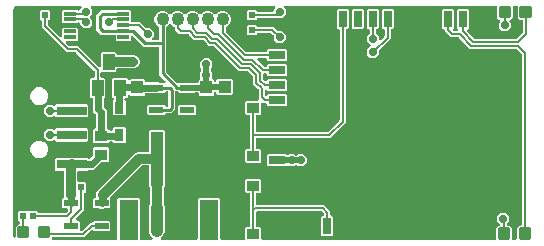
<source format=gbr>
G04 EAGLE Gerber RS-274X export*
G75*
%MOMM*%
%FSLAX34Y34*%
%LPD*%
%INTop Copper*%
%IPPOS*%
%AMOC8*
5,1,8,0,0,1.08239X$1,22.5*%
G01*
%ADD10R,0.711200X1.422400*%
%ADD11R,1.422400X0.711200*%
%ADD12C,0.300000*%
%ADD13R,2.500000X0.800000*%
%ADD14C,1.778000*%
%ADD15C,1.100000*%
%ADD16R,1.000000X0.300000*%
%ADD17R,1.100000X1.000000*%
%ADD18R,1.200000X0.550000*%
%ADD19R,1.000000X4.600000*%
%ADD20R,1.600000X3.400000*%
%ADD21R,1.000000X1.100000*%
%ADD22R,0.800000X1.000000*%
%ADD23R,1.000000X1.400000*%
%ADD24R,0.540000X0.600000*%
%ADD25R,1.000000X0.900000*%
%ADD26R,1.020000X0.940000*%
%ADD27C,0.706400*%
%ADD28C,0.152400*%
%ADD29C,0.508000*%
%ADD30C,0.200000*%
%ADD31C,0.609600*%
%ADD32C,0.812800*%
%ADD33C,0.254000*%
%ADD34C,1.016000*%

G36*
X90160Y2760D02*
X90160Y2760D01*
X90224Y2759D01*
X90299Y2780D01*
X90375Y2791D01*
X90434Y2817D01*
X90496Y2834D01*
X90562Y2875D01*
X90632Y2907D01*
X90681Y2949D01*
X90736Y2982D01*
X90788Y3040D01*
X90846Y3090D01*
X90882Y3144D01*
X90925Y3192D01*
X90958Y3261D01*
X91001Y3326D01*
X91020Y3388D01*
X91048Y3445D01*
X91059Y3515D01*
X91083Y3596D01*
X91084Y3681D01*
X91095Y3750D01*
X91095Y36922D01*
X91988Y37815D01*
X109252Y37815D01*
X110145Y36922D01*
X110145Y3750D01*
X110154Y3686D01*
X110153Y3622D01*
X110174Y3547D01*
X110185Y3471D01*
X110211Y3412D01*
X110228Y3350D01*
X110269Y3284D01*
X110301Y3214D01*
X110343Y3165D01*
X110376Y3110D01*
X110434Y3058D01*
X110484Y3000D01*
X110538Y2964D01*
X110586Y2921D01*
X110655Y2888D01*
X110720Y2845D01*
X110782Y2826D01*
X110839Y2798D01*
X110909Y2787D01*
X110990Y2763D01*
X111075Y2762D01*
X111144Y2751D01*
X120116Y2751D01*
X120148Y2755D01*
X120180Y2753D01*
X120287Y2775D01*
X120396Y2791D01*
X120425Y2804D01*
X120457Y2810D01*
X120553Y2862D01*
X120653Y2907D01*
X120677Y2928D01*
X120705Y2943D01*
X120784Y3019D01*
X120867Y3090D01*
X120884Y3117D01*
X120908Y3140D01*
X120961Y3235D01*
X121021Y3326D01*
X121031Y3357D01*
X121047Y3385D01*
X121072Y3491D01*
X121104Y3596D01*
X121104Y3628D01*
X121112Y3659D01*
X121106Y3769D01*
X121107Y3878D01*
X121099Y3909D01*
X121097Y3941D01*
X121061Y4044D01*
X121032Y4150D01*
X121015Y4177D01*
X121005Y4208D01*
X120951Y4281D01*
X120884Y4390D01*
X120848Y4422D01*
X120823Y4457D01*
X118861Y6419D01*
X117855Y8846D01*
X117855Y30364D01*
X118898Y32882D01*
X118908Y32895D01*
X118942Y32985D01*
X118984Y33071D01*
X118990Y33113D01*
X119007Y33159D01*
X119017Y33286D01*
X119031Y33376D01*
X119031Y46309D01*
X119018Y46403D01*
X119013Y46500D01*
X118998Y46543D01*
X118991Y46588D01*
X118952Y46675D01*
X118920Y46766D01*
X118895Y46801D01*
X118875Y46845D01*
X118792Y46942D01*
X118739Y47015D01*
X118095Y47658D01*
X118095Y64702D01*
X118086Y64766D01*
X118087Y64830D01*
X118066Y64905D01*
X118055Y64981D01*
X118029Y65040D01*
X118012Y65102D01*
X117971Y65168D01*
X117939Y65238D01*
X117897Y65287D01*
X117864Y65342D01*
X117806Y65394D01*
X117756Y65452D01*
X117702Y65488D01*
X117654Y65531D01*
X117585Y65564D01*
X117520Y65607D01*
X117458Y65626D01*
X117401Y65654D01*
X117331Y65665D01*
X117250Y65689D01*
X117165Y65690D01*
X117096Y65701D01*
X112119Y65701D01*
X112024Y65688D01*
X111928Y65683D01*
X111885Y65668D01*
X111840Y65661D01*
X111752Y65622D01*
X111661Y65590D01*
X111627Y65565D01*
X111583Y65545D01*
X111485Y65462D01*
X111412Y65409D01*
X84862Y38858D01*
X84824Y38807D01*
X84777Y38762D01*
X84739Y38695D01*
X84693Y38633D01*
X84670Y38573D01*
X84638Y38517D01*
X84621Y38441D01*
X84593Y38369D01*
X84588Y38305D01*
X84573Y38242D01*
X84577Y38165D01*
X84571Y38088D01*
X84585Y38025D01*
X84588Y37961D01*
X84613Y37888D01*
X84629Y37812D01*
X84659Y37755D01*
X84680Y37694D01*
X84722Y37638D01*
X84761Y37563D01*
X84821Y37502D01*
X84862Y37445D01*
X85296Y37012D01*
X85296Y30248D01*
X84403Y29355D01*
X80377Y29355D01*
X80282Y29342D01*
X80186Y29337D01*
X80143Y29322D01*
X80098Y29315D01*
X80010Y29276D01*
X79919Y29244D01*
X79885Y29219D01*
X79841Y29199D01*
X79744Y29116D01*
X79670Y29063D01*
X79665Y29057D01*
X75877Y29057D01*
X75872Y29063D01*
X75795Y29120D01*
X75723Y29185D01*
X75682Y29205D01*
X75646Y29232D01*
X75556Y29266D01*
X75470Y29308D01*
X75428Y29314D01*
X75382Y29331D01*
X75254Y29341D01*
X75165Y29355D01*
X71139Y29355D01*
X70246Y30248D01*
X70246Y37012D01*
X71139Y37905D01*
X72199Y37905D01*
X72263Y37914D01*
X72327Y37913D01*
X72402Y37934D01*
X72478Y37945D01*
X72537Y37971D01*
X72599Y37988D01*
X72665Y38029D01*
X72735Y38061D01*
X72784Y38103D01*
X72839Y38136D01*
X72891Y38194D01*
X72949Y38244D01*
X72985Y38298D01*
X73028Y38346D01*
X73061Y38415D01*
X73104Y38480D01*
X73123Y38542D01*
X73151Y38599D01*
X73162Y38669D01*
X73186Y38750D01*
X73187Y38835D01*
X73198Y38904D01*
X73198Y39216D01*
X73192Y39257D01*
X73195Y39299D01*
X73174Y39383D01*
X73158Y39495D01*
X73151Y39511D01*
X73151Y41752D01*
X74002Y43806D01*
X106224Y76028D01*
X108278Y76879D01*
X117096Y76879D01*
X117160Y76888D01*
X117224Y76887D01*
X117299Y76908D01*
X117375Y76919D01*
X117434Y76945D01*
X117496Y76962D01*
X117562Y77003D01*
X117632Y77035D01*
X117681Y77077D01*
X117736Y77110D01*
X117788Y77168D01*
X117846Y77218D01*
X117882Y77272D01*
X117925Y77320D01*
X117958Y77389D01*
X118001Y77454D01*
X118020Y77516D01*
X118048Y77573D01*
X118059Y77643D01*
X118083Y77724D01*
X118084Y77809D01*
X118095Y77878D01*
X118095Y94922D01*
X118988Y95815D01*
X130252Y95815D01*
X131145Y94922D01*
X131145Y47658D01*
X130501Y47015D01*
X130444Y46938D01*
X130379Y46867D01*
X130359Y46826D01*
X130332Y46790D01*
X130298Y46699D01*
X130256Y46613D01*
X130250Y46571D01*
X130233Y46526D01*
X130223Y46398D01*
X130209Y46309D01*
X130209Y33175D01*
X130215Y33134D01*
X130212Y33093D01*
X130232Y33009D01*
X130249Y32896D01*
X130273Y32843D01*
X130285Y32793D01*
X131225Y30524D01*
X131225Y27896D01*
X131141Y27694D01*
X131130Y27653D01*
X131112Y27616D01*
X131099Y27531D01*
X131071Y27420D01*
X131073Y27362D01*
X131065Y27311D01*
X131065Y8846D01*
X130059Y6419D01*
X128097Y4457D01*
X128078Y4431D01*
X128053Y4410D01*
X127993Y4318D01*
X127928Y4231D01*
X127916Y4201D01*
X127899Y4174D01*
X127867Y4069D01*
X127828Y3967D01*
X127826Y3935D01*
X127816Y3904D01*
X127815Y3795D01*
X127806Y3686D01*
X127813Y3654D01*
X127813Y3622D01*
X127842Y3517D01*
X127864Y3410D01*
X127879Y3381D01*
X127888Y3350D01*
X127945Y3257D01*
X127997Y3161D01*
X128019Y3138D01*
X128036Y3110D01*
X128117Y3037D01*
X128193Y2959D01*
X128221Y2943D01*
X128245Y2921D01*
X128344Y2874D01*
X128439Y2820D01*
X128470Y2812D01*
X128499Y2798D01*
X128588Y2784D01*
X128713Y2755D01*
X128762Y2757D01*
X128804Y2751D01*
X158096Y2751D01*
X158160Y2760D01*
X158224Y2759D01*
X158299Y2780D01*
X158375Y2791D01*
X158434Y2817D01*
X158496Y2834D01*
X158562Y2875D01*
X158632Y2907D01*
X158681Y2949D01*
X158736Y2982D01*
X158788Y3040D01*
X158846Y3090D01*
X158882Y3144D01*
X158925Y3192D01*
X158958Y3261D01*
X159001Y3326D01*
X159020Y3388D01*
X159048Y3445D01*
X159059Y3515D01*
X159083Y3596D01*
X159084Y3681D01*
X159095Y3750D01*
X159095Y36922D01*
X159988Y37815D01*
X177252Y37815D01*
X178145Y36922D01*
X178145Y3750D01*
X178154Y3686D01*
X178153Y3622D01*
X178174Y3547D01*
X178185Y3471D01*
X178211Y3412D01*
X178228Y3350D01*
X178269Y3284D01*
X178301Y3214D01*
X178343Y3165D01*
X178376Y3110D01*
X178434Y3058D01*
X178484Y3000D01*
X178538Y2964D01*
X178586Y2921D01*
X178655Y2888D01*
X178720Y2845D01*
X178782Y2826D01*
X178839Y2798D01*
X178909Y2787D01*
X178990Y2763D01*
X179075Y2762D01*
X179144Y2751D01*
X198596Y2751D01*
X198660Y2760D01*
X198724Y2759D01*
X198799Y2780D01*
X198875Y2791D01*
X198934Y2817D01*
X198996Y2834D01*
X199062Y2875D01*
X199132Y2907D01*
X199181Y2949D01*
X199236Y2982D01*
X199288Y3040D01*
X199346Y3090D01*
X199382Y3144D01*
X199425Y3192D01*
X199458Y3261D01*
X199501Y3326D01*
X199520Y3388D01*
X199548Y3445D01*
X199559Y3515D01*
X199583Y3596D01*
X199584Y3681D01*
X199595Y3750D01*
X199595Y12572D01*
X200488Y13465D01*
X202596Y13465D01*
X202660Y13474D01*
X202724Y13473D01*
X202799Y13494D01*
X202875Y13505D01*
X202934Y13531D01*
X202996Y13548D01*
X203062Y13589D01*
X203132Y13621D01*
X203181Y13663D01*
X203236Y13696D01*
X203288Y13754D01*
X203346Y13804D01*
X203382Y13858D01*
X203425Y13906D01*
X203458Y13975D01*
X203501Y14040D01*
X203520Y14102D01*
X203548Y14159D01*
X203559Y14229D01*
X203583Y14310D01*
X203584Y14395D01*
X203595Y14464D01*
X203595Y41416D01*
X203586Y41480D01*
X203587Y41544D01*
X203566Y41619D01*
X203555Y41695D01*
X203529Y41754D01*
X203512Y41816D01*
X203471Y41882D01*
X203439Y41952D01*
X203397Y42001D01*
X203364Y42056D01*
X203306Y42108D01*
X203256Y42166D01*
X203202Y42202D01*
X203154Y42245D01*
X203085Y42278D01*
X203020Y42321D01*
X202958Y42340D01*
X202901Y42368D01*
X202831Y42379D01*
X202750Y42403D01*
X202665Y42404D01*
X202596Y42415D01*
X200488Y42415D01*
X199595Y43308D01*
X199595Y53572D01*
X200488Y54465D01*
X211752Y54465D01*
X212645Y53572D01*
X212645Y43308D01*
X211752Y42415D01*
X209644Y42415D01*
X209580Y42406D01*
X209516Y42407D01*
X209441Y42386D01*
X209365Y42375D01*
X209306Y42349D01*
X209244Y42332D01*
X209178Y42291D01*
X209108Y42259D01*
X209059Y42217D01*
X209004Y42184D01*
X208952Y42126D01*
X208894Y42076D01*
X208858Y42022D01*
X208815Y41974D01*
X208782Y41905D01*
X208739Y41840D01*
X208720Y41778D01*
X208692Y41721D01*
X208681Y41651D01*
X208657Y41570D01*
X208656Y41485D01*
X208645Y41416D01*
X208645Y32734D01*
X208654Y32670D01*
X208653Y32606D01*
X208674Y32531D01*
X208685Y32455D01*
X208711Y32396D01*
X208728Y32334D01*
X208769Y32268D01*
X208801Y32198D01*
X208843Y32149D01*
X208876Y32094D01*
X208934Y32042D01*
X208984Y31984D01*
X209038Y31948D01*
X209086Y31905D01*
X209155Y31872D01*
X209220Y31829D01*
X209282Y31810D01*
X209339Y31782D01*
X209409Y31771D01*
X209490Y31747D01*
X209575Y31746D01*
X209644Y31735D01*
X266476Y31735D01*
X271486Y26725D01*
X271486Y23761D01*
X271495Y23697D01*
X271494Y23633D01*
X271515Y23558D01*
X271526Y23481D01*
X271552Y23423D01*
X271569Y23361D01*
X271610Y23295D01*
X271642Y23224D01*
X271684Y23176D01*
X271717Y23121D01*
X271775Y23069D01*
X271825Y23010D01*
X271879Y22975D01*
X271927Y22932D01*
X271996Y22898D01*
X272061Y22856D01*
X272123Y22837D01*
X272180Y22809D01*
X272250Y22798D01*
X272331Y22773D01*
X272416Y22772D01*
X272485Y22761D01*
X273149Y22761D01*
X274042Y21868D01*
X274042Y6381D01*
X273149Y5488D01*
X264773Y5488D01*
X263880Y6381D01*
X263880Y21868D01*
X264773Y22761D01*
X265437Y22761D01*
X265501Y22770D01*
X265565Y22770D01*
X265640Y22790D01*
X265716Y22801D01*
X265775Y22828D01*
X265837Y22845D01*
X265903Y22886D01*
X265973Y22917D01*
X266022Y22959D01*
X266077Y22993D01*
X266129Y23050D01*
X266188Y23101D01*
X266223Y23155D01*
X266266Y23202D01*
X266300Y23272D01*
X266342Y23337D01*
X266361Y23398D01*
X266389Y23456D01*
X266400Y23525D01*
X266424Y23606D01*
X266425Y23691D01*
X266436Y23761D01*
X266436Y24219D01*
X266423Y24314D01*
X266418Y24410D01*
X266403Y24453D01*
X266397Y24498D01*
X266357Y24586D01*
X266325Y24677D01*
X266300Y24711D01*
X266280Y24755D01*
X266197Y24853D01*
X266144Y24926D01*
X264677Y26393D01*
X264600Y26450D01*
X264529Y26515D01*
X264488Y26535D01*
X264451Y26562D01*
X264361Y26596D01*
X264275Y26638D01*
X264233Y26644D01*
X264187Y26661D01*
X264060Y26671D01*
X263970Y26685D01*
X209644Y26685D01*
X209580Y26676D01*
X209516Y26677D01*
X209441Y26656D01*
X209365Y26645D01*
X209306Y26619D01*
X209244Y26602D01*
X209178Y26561D01*
X209108Y26529D01*
X209059Y26487D01*
X209004Y26454D01*
X208952Y26396D01*
X208894Y26346D01*
X208858Y26292D01*
X208815Y26244D01*
X208782Y26175D01*
X208739Y26110D01*
X208720Y26048D01*
X208692Y25991D01*
X208681Y25921D01*
X208657Y25840D01*
X208656Y25755D01*
X208645Y25686D01*
X208645Y14464D01*
X208654Y14400D01*
X208653Y14336D01*
X208674Y14261D01*
X208685Y14185D01*
X208711Y14126D01*
X208728Y14064D01*
X208769Y13998D01*
X208801Y13928D01*
X208843Y13879D01*
X208876Y13824D01*
X208934Y13772D01*
X208984Y13714D01*
X209038Y13678D01*
X209086Y13635D01*
X209155Y13602D01*
X209220Y13559D01*
X209282Y13540D01*
X209339Y13512D01*
X209409Y13501D01*
X209490Y13477D01*
X209575Y13476D01*
X209644Y13465D01*
X211752Y13465D01*
X212645Y12572D01*
X212645Y3750D01*
X212654Y3686D01*
X212653Y3622D01*
X212674Y3547D01*
X212685Y3471D01*
X212711Y3412D01*
X212728Y3350D01*
X212769Y3284D01*
X212801Y3214D01*
X212843Y3165D01*
X212876Y3110D01*
X212934Y3058D01*
X212984Y3000D01*
X213038Y2964D01*
X213086Y2921D01*
X213155Y2888D01*
X213220Y2845D01*
X213282Y2826D01*
X213339Y2798D01*
X213409Y2787D01*
X213490Y2763D01*
X213575Y2762D01*
X213644Y2751D01*
X410902Y2751D01*
X410966Y2760D01*
X411030Y2759D01*
X411105Y2780D01*
X411181Y2791D01*
X411240Y2817D01*
X411302Y2834D01*
X411368Y2875D01*
X411438Y2907D01*
X411487Y2949D01*
X411542Y2982D01*
X411594Y3040D01*
X411653Y3090D01*
X411688Y3144D01*
X411731Y3192D01*
X411765Y3261D01*
X411807Y3326D01*
X411826Y3388D01*
X411854Y3445D01*
X411865Y3515D01*
X411890Y3596D01*
X411891Y3681D01*
X411902Y3750D01*
X411902Y12690D01*
X413673Y14462D01*
X414124Y14462D01*
X414156Y14467D01*
X414188Y14464D01*
X414295Y14487D01*
X414403Y14502D01*
X414433Y14515D01*
X414464Y14522D01*
X414561Y14573D01*
X414660Y14618D01*
X414685Y14639D01*
X414713Y14654D01*
X414791Y14731D01*
X414875Y14802D01*
X414892Y14829D01*
X414915Y14851D01*
X414969Y14946D01*
X415029Y15038D01*
X415038Y15068D01*
X415054Y15097D01*
X415079Y15203D01*
X415111Y15307D01*
X415112Y15340D01*
X415119Y15371D01*
X415114Y15480D01*
X415115Y15589D01*
X415107Y15620D01*
X415105Y15653D01*
X415069Y15756D01*
X415040Y15861D01*
X415023Y15889D01*
X415012Y15919D01*
X414959Y15992D01*
X414892Y16101D01*
X414856Y16134D01*
X414831Y16168D01*
X412773Y18225D01*
X412773Y22415D01*
X415735Y25377D01*
X419925Y25377D01*
X422887Y22415D01*
X422887Y18225D01*
X421244Y16582D01*
X421186Y16506D01*
X421122Y16434D01*
X421102Y16393D01*
X421074Y16357D01*
X421040Y16267D01*
X420999Y16180D01*
X420992Y16138D01*
X420975Y16093D01*
X420965Y15965D01*
X420951Y15876D01*
X420951Y15461D01*
X420960Y15398D01*
X420959Y15334D01*
X420980Y15259D01*
X420991Y15182D01*
X421017Y15124D01*
X421034Y15062D01*
X421075Y14996D01*
X421107Y14925D01*
X421149Y14877D01*
X421183Y14822D01*
X421240Y14770D01*
X421290Y14711D01*
X421344Y14676D01*
X421392Y14633D01*
X421461Y14599D01*
X421526Y14557D01*
X421588Y14538D01*
X421646Y14510D01*
X421715Y14499D01*
X421796Y14474D01*
X421881Y14473D01*
X421950Y14462D01*
X423179Y14462D01*
X424951Y12690D01*
X424951Y3750D01*
X424960Y3686D01*
X424959Y3622D01*
X424980Y3547D01*
X424991Y3471D01*
X425017Y3412D01*
X425034Y3350D01*
X425075Y3284D01*
X425107Y3214D01*
X425149Y3165D01*
X425183Y3110D01*
X425240Y3058D01*
X425290Y3000D01*
X425344Y2964D01*
X425392Y2921D01*
X425461Y2888D01*
X425526Y2845D01*
X425588Y2826D01*
X425646Y2798D01*
X425715Y2787D01*
X425796Y2763D01*
X425881Y2762D01*
X425950Y2751D01*
X428442Y2751D01*
X428506Y2760D01*
X428570Y2759D01*
X428645Y2780D01*
X428721Y2791D01*
X428780Y2817D01*
X428842Y2834D01*
X428908Y2875D01*
X428978Y2907D01*
X429027Y2949D01*
X429082Y2982D01*
X429134Y3040D01*
X429193Y3090D01*
X429228Y3144D01*
X429271Y3192D01*
X429305Y3261D01*
X429347Y3326D01*
X429366Y3388D01*
X429394Y3445D01*
X429405Y3515D01*
X429430Y3596D01*
X429431Y3681D01*
X429442Y3750D01*
X429442Y12690D01*
X431213Y14462D01*
X432442Y14462D01*
X432506Y14471D01*
X432570Y14470D01*
X432645Y14491D01*
X432721Y14502D01*
X432780Y14528D01*
X432842Y14546D01*
X432908Y14586D01*
X432978Y14618D01*
X433027Y14660D01*
X433082Y14694D01*
X433134Y14751D01*
X433193Y14802D01*
X433228Y14855D01*
X433271Y14903D01*
X433305Y14973D01*
X433347Y15038D01*
X433366Y15099D01*
X433394Y15157D01*
X433405Y15226D01*
X433430Y15307D01*
X433431Y15392D01*
X433442Y15461D01*
X433442Y159474D01*
X433428Y159569D01*
X433423Y159665D01*
X433408Y159708D01*
X433402Y159753D01*
X433362Y159841D01*
X433331Y159932D01*
X433305Y159966D01*
X433285Y160010D01*
X433202Y160108D01*
X433149Y160181D01*
X429491Y163839D01*
X429414Y163896D01*
X429343Y163961D01*
X429302Y163981D01*
X429265Y164008D01*
X429175Y164042D01*
X429089Y164084D01*
X429047Y164090D01*
X429001Y164107D01*
X428874Y164117D01*
X428784Y164131D01*
X389924Y164131D01*
X380343Y173713D01*
X380266Y173770D01*
X380195Y173835D01*
X380154Y173855D01*
X380118Y173882D01*
X380028Y173916D01*
X379941Y173958D01*
X379899Y173964D01*
X379854Y173981D01*
X379726Y173991D01*
X379637Y174005D01*
X373604Y174005D01*
X369937Y177672D01*
X369937Y177673D01*
X368165Y179444D01*
X368165Y179705D01*
X368156Y179769D01*
X368157Y179833D01*
X368137Y179908D01*
X368126Y179984D01*
X368099Y180043D01*
X368082Y180105D01*
X368041Y180171D01*
X368009Y180241D01*
X367968Y180290D01*
X367934Y180345D01*
X367876Y180397D01*
X367826Y180456D01*
X367772Y180491D01*
X367725Y180534D01*
X367655Y180568D01*
X367590Y180610D01*
X367529Y180629D01*
X367471Y180657D01*
X367401Y180668D01*
X367320Y180692D01*
X367236Y180693D01*
X367166Y180704D01*
X366503Y180704D01*
X365609Y181597D01*
X365609Y197085D01*
X366503Y197978D01*
X374878Y197978D01*
X375771Y197085D01*
X375771Y181597D01*
X375169Y180995D01*
X375130Y180944D01*
X375084Y180899D01*
X375046Y180831D01*
X374999Y180770D01*
X374977Y180709D01*
X374945Y180653D01*
X374927Y180578D01*
X374900Y180506D01*
X374895Y180442D01*
X374880Y180379D01*
X374884Y180302D01*
X374878Y180224D01*
X374891Y180162D01*
X374894Y180097D01*
X374920Y180024D01*
X374936Y179948D01*
X374966Y179892D01*
X374987Y179831D01*
X375028Y179774D01*
X375068Y179699D01*
X375127Y179639D01*
X375169Y179582D01*
X375403Y179347D01*
X375480Y179290D01*
X375551Y179225D01*
X375592Y179205D01*
X375629Y179178D01*
X375719Y179144D01*
X375805Y179102D01*
X375847Y179096D01*
X375893Y179079D01*
X376020Y179069D01*
X376110Y179055D01*
X378440Y179055D01*
X378472Y179059D01*
X378504Y179057D01*
X378611Y179079D01*
X378719Y179095D01*
X378748Y179108D01*
X378780Y179114D01*
X378876Y179166D01*
X378976Y179211D01*
X379000Y179232D01*
X379029Y179247D01*
X379107Y179323D01*
X379190Y179394D01*
X379208Y179421D01*
X379231Y179444D01*
X379285Y179539D01*
X379345Y179630D01*
X379354Y179661D01*
X379370Y179689D01*
X379395Y179795D01*
X379427Y179900D01*
X379428Y179932D01*
X379435Y179963D01*
X379429Y180073D01*
X379431Y180182D01*
X379422Y180213D01*
X379421Y180245D01*
X379385Y180348D01*
X379356Y180454D01*
X379339Y180481D01*
X379328Y180512D01*
X379275Y180585D01*
X379208Y180694D01*
X379172Y180726D01*
X379146Y180761D01*
X378309Y181597D01*
X378309Y197085D01*
X379203Y197978D01*
X387578Y197978D01*
X388471Y197085D01*
X388471Y181597D01*
X387484Y180610D01*
X387452Y180593D01*
X387352Y180548D01*
X387328Y180527D01*
X387299Y180512D01*
X387221Y180436D01*
X387138Y180365D01*
X387120Y180338D01*
X387097Y180315D01*
X387044Y180220D01*
X386984Y180129D01*
X386974Y180098D01*
X386958Y180070D01*
X386933Y179963D01*
X386901Y179859D01*
X386901Y179827D01*
X386893Y179796D01*
X386899Y179686D01*
X386898Y179577D01*
X386906Y179546D01*
X386908Y179514D01*
X386944Y179411D01*
X386973Y179305D01*
X386990Y179278D01*
X387000Y179247D01*
X387054Y179174D01*
X387121Y179065D01*
X387157Y179033D01*
X387182Y178998D01*
X393183Y172997D01*
X393260Y172940D01*
X393331Y172875D01*
X393372Y172855D01*
X393409Y172828D01*
X393499Y172794D01*
X393585Y172752D01*
X393627Y172746D01*
X393673Y172729D01*
X393800Y172719D01*
X393890Y172705D01*
X429070Y172705D01*
X429165Y172718D01*
X429261Y172723D01*
X429305Y172738D01*
X429350Y172745D01*
X429437Y172784D01*
X429528Y172816D01*
X429562Y172841D01*
X429606Y172861D01*
X429704Y172944D01*
X429777Y172997D01*
X434063Y177283D01*
X434120Y177360D01*
X434185Y177431D01*
X434205Y177472D01*
X434232Y177509D01*
X434266Y177599D01*
X434308Y177685D01*
X434314Y177727D01*
X434331Y177773D01*
X434341Y177900D01*
X434355Y177990D01*
X434355Y187739D01*
X434346Y187802D01*
X434347Y187866D01*
X434326Y187941D01*
X434315Y188018D01*
X434289Y188076D01*
X434272Y188138D01*
X434231Y188204D01*
X434199Y188275D01*
X434157Y188323D01*
X434124Y188378D01*
X434066Y188430D01*
X434016Y188489D01*
X433962Y188524D01*
X433914Y188567D01*
X433845Y188601D01*
X433780Y188643D01*
X433718Y188662D01*
X433661Y188690D01*
X433591Y188701D01*
X433510Y188726D01*
X433425Y188727D01*
X433356Y188738D01*
X432007Y188738D01*
X430235Y190510D01*
X430235Y199450D01*
X430226Y199514D01*
X430227Y199578D01*
X430206Y199653D01*
X430195Y199729D01*
X430169Y199788D01*
X430152Y199850D01*
X430111Y199916D01*
X430079Y199986D01*
X430037Y200035D01*
X430004Y200090D01*
X429946Y200142D01*
X429896Y200200D01*
X429842Y200236D01*
X429794Y200279D01*
X429725Y200312D01*
X429660Y200355D01*
X429598Y200374D01*
X429541Y200402D01*
X429471Y200413D01*
X429390Y200437D01*
X429305Y200438D01*
X429236Y200449D01*
X426744Y200449D01*
X426680Y200440D01*
X426616Y200441D01*
X426541Y200420D01*
X426465Y200409D01*
X426406Y200383D01*
X426344Y200366D01*
X426278Y200325D01*
X426208Y200293D01*
X426159Y200251D01*
X426104Y200218D01*
X426052Y200160D01*
X425994Y200110D01*
X425958Y200056D01*
X425915Y200008D01*
X425882Y199939D01*
X425839Y199874D01*
X425820Y199812D01*
X425792Y199755D01*
X425781Y199685D01*
X425757Y199604D01*
X425756Y199519D01*
X425745Y199450D01*
X425745Y190510D01*
X423960Y188725D01*
X423905Y188713D01*
X423797Y188698D01*
X423767Y188685D01*
X423736Y188678D01*
X423639Y188627D01*
X423540Y188582D01*
X423515Y188561D01*
X423487Y188546D01*
X423408Y188469D01*
X423325Y188398D01*
X423308Y188371D01*
X423285Y188349D01*
X423231Y188254D01*
X423171Y188162D01*
X423162Y188132D01*
X423146Y188103D01*
X423121Y187997D01*
X423089Y187893D01*
X423088Y187860D01*
X423081Y187829D01*
X423086Y187720D01*
X423085Y187611D01*
X423093Y187580D01*
X423095Y187547D01*
X423131Y187444D01*
X423160Y187339D01*
X423177Y187311D01*
X423188Y187281D01*
X423241Y187208D01*
X423308Y187099D01*
X423344Y187066D01*
X423369Y187032D01*
X424157Y186245D01*
X424157Y182055D01*
X421195Y179093D01*
X417005Y179093D01*
X414043Y182055D01*
X414043Y186245D01*
X414831Y187032D01*
X414850Y187058D01*
X414875Y187079D01*
X414934Y187170D01*
X415000Y187257D01*
X415011Y187288D01*
X415029Y187315D01*
X415061Y187419D01*
X415099Y187521D01*
X415102Y187554D01*
X415111Y187584D01*
X415113Y187694D01*
X415121Y187803D01*
X415115Y187834D01*
X415115Y187866D01*
X415086Y187972D01*
X415064Y188079D01*
X415049Y188107D01*
X415040Y188138D01*
X414983Y188231D01*
X414931Y188328D01*
X414909Y188351D01*
X414892Y188378D01*
X414811Y188451D01*
X414734Y188530D01*
X414706Y188546D01*
X414682Y188567D01*
X414595Y188609D01*
X412695Y190510D01*
X412695Y199450D01*
X412686Y199514D01*
X412687Y199578D01*
X412666Y199653D01*
X412655Y199729D01*
X412629Y199788D01*
X412612Y199850D01*
X412571Y199916D01*
X412539Y199986D01*
X412497Y200035D01*
X412464Y200090D01*
X412406Y200142D01*
X412356Y200200D01*
X412302Y200236D01*
X412254Y200279D01*
X412185Y200312D01*
X412120Y200355D01*
X412058Y200374D01*
X412001Y200402D01*
X411931Y200413D01*
X411850Y200437D01*
X411765Y200438D01*
X411696Y200449D01*
X233294Y200449D01*
X233262Y200445D01*
X233230Y200447D01*
X233123Y200425D01*
X233015Y200409D01*
X232986Y200396D01*
X232954Y200390D01*
X232858Y200338D01*
X232758Y200293D01*
X232734Y200272D01*
X232705Y200257D01*
X232627Y200181D01*
X232544Y200110D01*
X232526Y200083D01*
X232503Y200060D01*
X232449Y199965D01*
X232390Y199874D01*
X232380Y199843D01*
X232364Y199815D01*
X232339Y199709D01*
X232307Y199604D01*
X232307Y199572D01*
X232299Y199541D01*
X232305Y199431D01*
X232303Y199322D01*
X232312Y199291D01*
X232314Y199259D01*
X232349Y199156D01*
X232379Y199050D01*
X232396Y199023D01*
X232406Y198992D01*
X232459Y198919D01*
X232527Y198810D01*
X232563Y198778D01*
X232588Y198743D01*
X233657Y197675D01*
X233657Y193485D01*
X230695Y190523D01*
X227528Y190523D01*
X227472Y190515D01*
X210204Y190515D01*
X210140Y190506D01*
X210076Y190507D01*
X210001Y190486D01*
X209925Y190475D01*
X209866Y190449D01*
X209804Y190432D01*
X209738Y190391D01*
X209668Y190359D01*
X209619Y190317D01*
X209564Y190284D01*
X209512Y190226D01*
X209454Y190176D01*
X209418Y190122D01*
X209375Y190074D01*
X209342Y190005D01*
X209299Y189940D01*
X209280Y189878D01*
X209252Y189821D01*
X209241Y189751D01*
X209217Y189670D01*
X209216Y189585D01*
X209205Y189516D01*
X209205Y189408D01*
X208312Y188515D01*
X201648Y188515D01*
X200755Y189408D01*
X200755Y196672D01*
X201648Y197565D01*
X208312Y197565D01*
X209205Y196672D01*
X209205Y196564D01*
X209213Y196504D01*
X209213Y196477D01*
X209213Y196475D01*
X209213Y196436D01*
X209234Y196361D01*
X209245Y196285D01*
X209271Y196226D01*
X209288Y196164D01*
X209329Y196098D01*
X209361Y196028D01*
X209403Y195979D01*
X209436Y195924D01*
X209494Y195872D01*
X209544Y195814D01*
X209598Y195778D01*
X209646Y195735D01*
X209715Y195702D01*
X209780Y195659D01*
X209842Y195640D01*
X209899Y195612D01*
X209969Y195601D01*
X210050Y195577D01*
X210135Y195576D01*
X210204Y195565D01*
X222544Y195565D01*
X222608Y195574D01*
X222672Y195573D01*
X222747Y195594D01*
X222823Y195605D01*
X222882Y195631D01*
X222944Y195648D01*
X223010Y195689D01*
X223080Y195721D01*
X223129Y195763D01*
X223184Y195796D01*
X223236Y195854D01*
X223294Y195904D01*
X223330Y195958D01*
X223373Y196006D01*
X223406Y196075D01*
X223449Y196140D01*
X223468Y196202D01*
X223496Y196259D01*
X223507Y196329D01*
X223531Y196410D01*
X223532Y196495D01*
X223543Y196564D01*
X223543Y197675D01*
X224612Y198743D01*
X224631Y198769D01*
X224656Y198790D01*
X224716Y198882D01*
X224781Y198969D01*
X224793Y198999D01*
X224810Y199026D01*
X224842Y199131D01*
X224881Y199233D01*
X224883Y199265D01*
X224893Y199296D01*
X224894Y199405D01*
X224903Y199514D01*
X224896Y199546D01*
X224897Y199578D01*
X224867Y199683D01*
X224845Y199790D01*
X224830Y199819D01*
X224821Y199850D01*
X224764Y199943D01*
X224713Y200039D01*
X224690Y200062D01*
X224673Y200090D01*
X224592Y200163D01*
X224516Y200241D01*
X224488Y200257D01*
X224464Y200279D01*
X224366Y200326D01*
X224271Y200380D01*
X224239Y200388D01*
X224210Y200402D01*
X224121Y200416D01*
X223996Y200445D01*
X223948Y200443D01*
X223906Y200449D01*
X69464Y200449D01*
X69432Y200445D01*
X69400Y200447D01*
X69293Y200425D01*
X69185Y200409D01*
X69156Y200396D01*
X69124Y200390D01*
X69028Y200338D01*
X68928Y200293D01*
X68904Y200272D01*
X68875Y200257D01*
X68797Y200181D01*
X68714Y200110D01*
X68696Y200083D01*
X68673Y200060D01*
X68619Y199965D01*
X68560Y199874D01*
X68550Y199843D01*
X68534Y199815D01*
X68509Y199709D01*
X68477Y199604D01*
X68477Y199572D01*
X68469Y199541D01*
X68475Y199431D01*
X68473Y199322D01*
X68482Y199291D01*
X68484Y199259D01*
X68519Y199156D01*
X68549Y199050D01*
X68566Y199023D01*
X68576Y198992D01*
X68629Y198919D01*
X68697Y198810D01*
X68733Y198778D01*
X68758Y198743D01*
X69827Y197675D01*
X69827Y193485D01*
X68183Y191842D01*
X68144Y191790D01*
X68098Y191745D01*
X68060Y191678D01*
X68014Y191616D01*
X67991Y191556D01*
X67959Y191500D01*
X67941Y191425D01*
X67914Y191352D01*
X67909Y191288D01*
X67894Y191225D01*
X67898Y191148D01*
X67892Y191071D01*
X67905Y191008D01*
X67909Y190944D01*
X67934Y190871D01*
X67950Y190795D01*
X67980Y190738D01*
X68001Y190677D01*
X68043Y190621D01*
X68082Y190546D01*
X68141Y190485D01*
X68183Y190428D01*
X69827Y188785D01*
X69827Y184595D01*
X66865Y181633D01*
X62675Y181633D01*
X59713Y184595D01*
X59713Y185626D01*
X59704Y185689D01*
X59705Y185741D01*
X59705Y185742D01*
X59705Y185754D01*
X59684Y185829D01*
X59673Y185905D01*
X59647Y185964D01*
X59630Y186026D01*
X59589Y186092D01*
X59557Y186162D01*
X59515Y186211D01*
X59482Y186266D01*
X59424Y186318D01*
X59374Y186376D01*
X59320Y186412D01*
X59272Y186455D01*
X59203Y186488D01*
X59138Y186531D01*
X59076Y186550D01*
X59019Y186578D01*
X58949Y186589D01*
X58868Y186613D01*
X58783Y186614D01*
X58714Y186625D01*
X57705Y186625D01*
X57610Y186612D01*
X57514Y186607D01*
X57471Y186592D01*
X57426Y186585D01*
X57339Y186546D01*
X57248Y186514D01*
X57213Y186489D01*
X57169Y186469D01*
X57072Y186386D01*
X56999Y186333D01*
X56792Y186125D01*
X45528Y186125D01*
X44635Y187018D01*
X44635Y196282D01*
X45528Y197175D01*
X56792Y197175D01*
X56999Y196967D01*
X57076Y196910D01*
X57147Y196845D01*
X57188Y196825D01*
X57224Y196798D01*
X57314Y196764D01*
X57401Y196722D01*
X57443Y196716D01*
X57488Y196699D01*
X57616Y196689D01*
X57705Y196675D01*
X58714Y196675D01*
X58778Y196684D01*
X58842Y196683D01*
X58917Y196704D01*
X58993Y196715D01*
X59052Y196741D01*
X59114Y196758D01*
X59180Y196799D01*
X59250Y196831D01*
X59299Y196873D01*
X59354Y196906D01*
X59406Y196964D01*
X59464Y197014D01*
X59500Y197068D01*
X59543Y197116D01*
X59576Y197185D01*
X59619Y197250D01*
X59638Y197312D01*
X59666Y197369D01*
X59677Y197439D01*
X59701Y197520D01*
X59702Y197604D01*
X59713Y197674D01*
X59713Y197675D01*
X60782Y198743D01*
X60801Y198769D01*
X60826Y198790D01*
X60886Y198882D01*
X60951Y198969D01*
X60963Y198999D01*
X60980Y199026D01*
X61012Y199131D01*
X61051Y199233D01*
X61053Y199265D01*
X61063Y199296D01*
X61064Y199405D01*
X61073Y199514D01*
X61066Y199546D01*
X61067Y199578D01*
X61037Y199683D01*
X61015Y199790D01*
X61000Y199819D01*
X60991Y199850D01*
X60934Y199943D01*
X60883Y200039D01*
X60860Y200062D01*
X60843Y200090D01*
X60762Y200163D01*
X60686Y200241D01*
X60658Y200257D01*
X60634Y200279D01*
X60536Y200326D01*
X60441Y200380D01*
X60409Y200388D01*
X60380Y200402D01*
X60291Y200416D01*
X60166Y200445D01*
X60118Y200443D01*
X60076Y200449D01*
X6350Y200449D01*
X6280Y200439D01*
X6220Y200441D01*
X5547Y200352D01*
X5507Y200341D01*
X5465Y200338D01*
X5384Y200307D01*
X5275Y200276D01*
X5225Y200245D01*
X5177Y200227D01*
X4012Y199554D01*
X3928Y199488D01*
X3840Y199428D01*
X3819Y199403D01*
X3790Y199380D01*
X3704Y199259D01*
X3646Y199188D01*
X2973Y198023D01*
X2958Y197984D01*
X2935Y197949D01*
X2910Y197866D01*
X2868Y197761D01*
X2862Y197702D01*
X2848Y197653D01*
X2759Y196980D01*
X2760Y196910D01*
X2751Y196850D01*
X2751Y6350D01*
X2761Y6280D01*
X2759Y6220D01*
X2848Y5547D01*
X2859Y5507D01*
X2862Y5465D01*
X2893Y5385D01*
X2924Y5275D01*
X2955Y5225D01*
X2973Y5178D01*
X3161Y4853D01*
X3174Y4836D01*
X3183Y4816D01*
X3261Y4725D01*
X3335Y4631D01*
X3352Y4618D01*
X3366Y4602D01*
X3467Y4536D01*
X3564Y4466D01*
X3584Y4459D01*
X3602Y4447D01*
X3717Y4412D01*
X3830Y4373D01*
X3851Y4371D01*
X3872Y4365D01*
X3992Y4363D01*
X4111Y4357D01*
X4132Y4362D01*
X4154Y4361D01*
X4269Y4393D01*
X4386Y4420D01*
X4405Y4431D01*
X4426Y4437D01*
X4528Y4500D01*
X4632Y4558D01*
X4647Y4573D01*
X4666Y4585D01*
X4746Y4674D01*
X4830Y4759D01*
X4840Y4778D01*
X4855Y4794D01*
X4907Y4902D01*
X4964Y5007D01*
X4968Y5028D01*
X4978Y5048D01*
X4992Y5138D01*
X5023Y5283D01*
X5020Y5320D01*
X5025Y5352D01*
X5025Y13643D01*
X6797Y15415D01*
X7396Y15415D01*
X7460Y15424D01*
X7524Y15423D01*
X7599Y15444D01*
X7675Y15455D01*
X7734Y15481D01*
X7796Y15498D01*
X7862Y15539D01*
X7932Y15571D01*
X7981Y15613D01*
X8036Y15646D01*
X8088Y15704D01*
X8146Y15754D01*
X8182Y15808D01*
X8225Y15856D01*
X8258Y15925D01*
X8301Y15990D01*
X8320Y16052D01*
X8348Y16109D01*
X8359Y16179D01*
X8383Y16260D01*
X8384Y16345D01*
X8395Y16414D01*
X8395Y17336D01*
X8386Y17400D01*
X8387Y17464D01*
X8366Y17539D01*
X8355Y17615D01*
X8329Y17674D01*
X8312Y17736D01*
X8271Y17802D01*
X8239Y17872D01*
X8197Y17921D01*
X8164Y17976D01*
X8106Y18028D01*
X8056Y18086D01*
X8002Y18122D01*
X7954Y18165D01*
X7885Y18198D01*
X7820Y18241D01*
X7758Y18260D01*
X7701Y18288D01*
X7631Y18299D01*
X7622Y18301D01*
X6695Y19228D01*
X6695Y26492D01*
X7588Y27385D01*
X14252Y27385D01*
X14533Y27103D01*
X14585Y27064D01*
X14630Y27018D01*
X14697Y26980D01*
X14759Y26934D01*
X14819Y26911D01*
X14875Y26879D01*
X14950Y26861D01*
X15023Y26834D01*
X15087Y26829D01*
X15149Y26814D01*
X15227Y26818D01*
X15304Y26812D01*
X15367Y26825D01*
X15431Y26829D01*
X15504Y26854D01*
X15580Y26870D01*
X15637Y26900D01*
X15698Y26921D01*
X15754Y26963D01*
X15829Y27002D01*
X15890Y27061D01*
X15947Y27103D01*
X16228Y27385D01*
X22892Y27385D01*
X23785Y26492D01*
X23785Y26384D01*
X23794Y26320D01*
X23793Y26256D01*
X23814Y26181D01*
X23825Y26105D01*
X23851Y26046D01*
X23868Y25984D01*
X23909Y25918D01*
X23941Y25848D01*
X23983Y25799D01*
X24016Y25744D01*
X24074Y25692D01*
X24124Y25634D01*
X24178Y25598D01*
X24226Y25555D01*
X24295Y25522D01*
X24360Y25479D01*
X24422Y25460D01*
X24479Y25432D01*
X24549Y25421D01*
X24630Y25397D01*
X24715Y25396D01*
X24784Y25385D01*
X46800Y25385D01*
X46895Y25398D01*
X46991Y25403D01*
X47035Y25418D01*
X47080Y25425D01*
X47167Y25464D01*
X47258Y25496D01*
X47292Y25521D01*
X47336Y25541D01*
X47434Y25624D01*
X47507Y25677D01*
X48952Y27122D01*
X49009Y27199D01*
X49074Y27270D01*
X49094Y27311D01*
X49121Y27348D01*
X49155Y27438D01*
X49197Y27524D01*
X49203Y27566D01*
X49220Y27612D01*
X49230Y27739D01*
X49244Y27829D01*
X49244Y28356D01*
X49235Y28420D01*
X49236Y28484D01*
X49215Y28559D01*
X49204Y28635D01*
X49178Y28694D01*
X49161Y28756D01*
X49120Y28822D01*
X49088Y28892D01*
X49046Y28941D01*
X49013Y28996D01*
X48955Y29048D01*
X48905Y29106D01*
X48851Y29142D01*
X48803Y29185D01*
X48734Y29218D01*
X48669Y29261D01*
X48607Y29280D01*
X48550Y29308D01*
X48480Y29319D01*
X48399Y29343D01*
X48314Y29344D01*
X48245Y29355D01*
X45137Y29355D01*
X44244Y30248D01*
X44244Y37012D01*
X45137Y37905D01*
X45233Y37905D01*
X45350Y37922D01*
X45468Y37933D01*
X45489Y37941D01*
X45512Y37945D01*
X45620Y37993D01*
X45730Y38037D01*
X45748Y38051D01*
X45769Y38061D01*
X45859Y38138D01*
X45953Y38211D01*
X45966Y38229D01*
X45983Y38244D01*
X46048Y38344D01*
X46117Y38440D01*
X46125Y38461D01*
X46138Y38480D01*
X46172Y38594D01*
X46212Y38705D01*
X46213Y38728D01*
X46220Y38750D01*
X46222Y38869D01*
X46228Y38987D01*
X46223Y39008D01*
X46224Y39032D01*
X46180Y39189D01*
X46180Y60076D01*
X46171Y60140D01*
X46172Y60204D01*
X46151Y60279D01*
X46140Y60355D01*
X46114Y60414D01*
X46097Y60476D01*
X46056Y60542D01*
X46024Y60612D01*
X45982Y60661D01*
X45949Y60716D01*
X45891Y60768D01*
X45841Y60826D01*
X45787Y60862D01*
X45739Y60905D01*
X45670Y60938D01*
X45605Y60981D01*
X45543Y61000D01*
X45486Y61028D01*
X45416Y61039D01*
X45335Y61063D01*
X45250Y61064D01*
X45181Y61075D01*
X39218Y61075D01*
X38325Y61968D01*
X38325Y71232D01*
X39218Y72125D01*
X50885Y72125D01*
X50926Y72131D01*
X50968Y72128D01*
X51052Y72148D01*
X51164Y72165D01*
X51218Y72189D01*
X53476Y72189D01*
X53510Y72172D01*
X53595Y72159D01*
X53706Y72131D01*
X53764Y72133D01*
X53815Y72125D01*
X65482Y72125D01*
X66141Y71465D01*
X66218Y71408D01*
X66289Y71343D01*
X66330Y71323D01*
X66366Y71296D01*
X66457Y71262D01*
X66543Y71220D01*
X66585Y71214D01*
X66630Y71197D01*
X66758Y71187D01*
X66847Y71173D01*
X67112Y71173D01*
X67207Y71186D01*
X67303Y71191D01*
X67346Y71206D01*
X67391Y71213D01*
X67479Y71252D01*
X67570Y71284D01*
X67604Y71309D01*
X67648Y71329D01*
X67745Y71412D01*
X67819Y71465D01*
X70553Y74199D01*
X70610Y74276D01*
X70675Y74348D01*
X70695Y74389D01*
X70722Y74425D01*
X70756Y74515D01*
X70798Y74601D01*
X70804Y74643D01*
X70821Y74689D01*
X70831Y74817D01*
X70845Y74906D01*
X70845Y79982D01*
X71738Y80875D01*
X83202Y80875D01*
X84095Y79982D01*
X84095Y69318D01*
X83202Y68425D01*
X78126Y68425D01*
X78031Y68412D01*
X77935Y68407D01*
X77892Y68392D01*
X77847Y68385D01*
X77759Y68346D01*
X77668Y68314D01*
X77634Y68289D01*
X77590Y68269D01*
X77493Y68186D01*
X77419Y68133D01*
X71314Y62027D01*
X66847Y62027D01*
X66753Y62014D01*
X66656Y62009D01*
X66613Y61994D01*
X66568Y61987D01*
X66481Y61948D01*
X66390Y61916D01*
X66355Y61891D01*
X66311Y61871D01*
X66214Y61788D01*
X66141Y61735D01*
X65482Y61075D01*
X58357Y61075D01*
X58293Y61066D01*
X58229Y61067D01*
X58154Y61046D01*
X58078Y61035D01*
X58019Y61009D01*
X57957Y60992D01*
X57891Y60951D01*
X57821Y60919D01*
X57772Y60877D01*
X57717Y60844D01*
X57665Y60786D01*
X57607Y60736D01*
X57571Y60682D01*
X57528Y60634D01*
X57495Y60565D01*
X57452Y60500D01*
X57433Y60438D01*
X57405Y60381D01*
X57394Y60311D01*
X57370Y60230D01*
X57369Y60145D01*
X57358Y60076D01*
X57358Y52514D01*
X57367Y52450D01*
X57366Y52386D01*
X57387Y52311D01*
X57398Y52235D01*
X57424Y52176D01*
X57441Y52114D01*
X57482Y52048D01*
X57514Y51978D01*
X57556Y51929D01*
X57589Y51874D01*
X57647Y51822D01*
X57697Y51764D01*
X57751Y51728D01*
X57799Y51685D01*
X57868Y51652D01*
X57933Y51609D01*
X57995Y51590D01*
X58052Y51562D01*
X58122Y51551D01*
X58203Y51527D01*
X58288Y51526D01*
X58357Y51515D01*
X63782Y51515D01*
X64675Y50622D01*
X64675Y43358D01*
X63750Y42433D01*
X63695Y42425D01*
X63636Y42399D01*
X63574Y42382D01*
X63508Y42341D01*
X63438Y42309D01*
X63389Y42267D01*
X63334Y42234D01*
X63282Y42176D01*
X63224Y42126D01*
X63188Y42072D01*
X63145Y42024D01*
X63112Y41955D01*
X63069Y41890D01*
X63050Y41828D01*
X63022Y41771D01*
X63011Y41701D01*
X62987Y41620D01*
X62986Y41535D01*
X62975Y41466D01*
X62975Y27404D01*
X56181Y20611D01*
X56162Y20585D01*
X56137Y20564D01*
X56077Y20472D01*
X56012Y20385D01*
X56000Y20355D01*
X55983Y20328D01*
X55951Y20223D01*
X55912Y20121D01*
X55910Y20089D01*
X55900Y20058D01*
X55899Y19949D01*
X55890Y19840D01*
X55897Y19808D01*
X55897Y19776D01*
X55926Y19671D01*
X55948Y19564D01*
X55963Y19535D01*
X55972Y19504D01*
X56029Y19411D01*
X56081Y19315D01*
X56103Y19292D01*
X56120Y19264D01*
X56201Y19191D01*
X56277Y19113D01*
X56305Y19097D01*
X56329Y19075D01*
X56428Y19028D01*
X56523Y18974D01*
X56554Y18966D01*
X56583Y18952D01*
X56672Y18938D01*
X56797Y18909D01*
X56846Y18911D01*
X56888Y18905D01*
X58401Y18905D01*
X59294Y18012D01*
X59294Y11144D01*
X59303Y11080D01*
X59302Y11016D01*
X59323Y10941D01*
X59334Y10865D01*
X59360Y10806D01*
X59377Y10744D01*
X59418Y10678D01*
X59450Y10608D01*
X59492Y10559D01*
X59525Y10504D01*
X59583Y10452D01*
X59633Y10394D01*
X59687Y10358D01*
X59735Y10315D01*
X59804Y10282D01*
X59869Y10239D01*
X59931Y10220D01*
X59988Y10192D01*
X60058Y10181D01*
X60139Y10157D01*
X60224Y10156D01*
X60293Y10145D01*
X60770Y10145D01*
X60865Y10158D01*
X60961Y10163D01*
X61005Y10178D01*
X61050Y10185D01*
X61137Y10224D01*
X61228Y10256D01*
X61262Y10281D01*
X61306Y10301D01*
X61404Y10384D01*
X61477Y10437D01*
X68194Y17155D01*
X69247Y17155D01*
X69311Y17164D01*
X69375Y17163D01*
X69450Y17184D01*
X69526Y17195D01*
X69585Y17221D01*
X69647Y17238D01*
X69713Y17279D01*
X69783Y17311D01*
X69832Y17353D01*
X69887Y17386D01*
X69939Y17444D01*
X69997Y17494D01*
X70033Y17548D01*
X70076Y17596D01*
X70109Y17665D01*
X70152Y17730D01*
X70171Y17792D01*
X70199Y17849D01*
X70210Y17919D01*
X70234Y18000D01*
X71139Y18905D01*
X84403Y18905D01*
X85296Y18012D01*
X85296Y11248D01*
X84403Y10355D01*
X71139Y10355D01*
X70544Y10951D01*
X70493Y10989D01*
X70448Y11035D01*
X70381Y11073D01*
X70319Y11120D01*
X70259Y11142D01*
X70203Y11174D01*
X70127Y11192D01*
X70055Y11219D01*
X69991Y11224D01*
X69928Y11239D01*
X69851Y11235D01*
X69774Y11241D01*
X69711Y11228D01*
X69646Y11225D01*
X69573Y11199D01*
X69497Y11184D01*
X69441Y11153D01*
X69380Y11132D01*
X69323Y11091D01*
X69248Y11051D01*
X69188Y10992D01*
X69131Y10951D01*
X65047Y6867D01*
X63276Y5095D01*
X36614Y5095D01*
X36550Y5086D01*
X36486Y5087D01*
X36411Y5066D01*
X36335Y5055D01*
X36276Y5029D01*
X36214Y5012D01*
X36148Y4971D01*
X36078Y4939D01*
X36029Y4897D01*
X35974Y4864D01*
X35922Y4806D01*
X35864Y4756D01*
X35828Y4702D01*
X35785Y4654D01*
X35752Y4585D01*
X35709Y4520D01*
X35690Y4458D01*
X35662Y4401D01*
X35651Y4331D01*
X35627Y4250D01*
X35626Y4165D01*
X35615Y4096D01*
X35615Y3750D01*
X35624Y3686D01*
X35623Y3622D01*
X35644Y3547D01*
X35655Y3471D01*
X35681Y3412D01*
X35698Y3350D01*
X35739Y3284D01*
X35771Y3214D01*
X35813Y3165D01*
X35846Y3110D01*
X35904Y3058D01*
X35954Y3000D01*
X36008Y2964D01*
X36056Y2921D01*
X36125Y2888D01*
X36190Y2845D01*
X36252Y2826D01*
X36309Y2798D01*
X36379Y2787D01*
X36460Y2763D01*
X36545Y2762D01*
X36614Y2751D01*
X90096Y2751D01*
X90160Y2760D01*
G37*
%LPC*%
G36*
X200488Y67455D02*
X200488Y67455D01*
X199595Y68348D01*
X199595Y78612D01*
X200488Y79505D01*
X202596Y79505D01*
X202660Y79514D01*
X202724Y79513D01*
X202799Y79534D01*
X202875Y79545D01*
X202934Y79571D01*
X202996Y79588D01*
X203062Y79629D01*
X203132Y79661D01*
X203181Y79703D01*
X203236Y79736D01*
X203288Y79794D01*
X203346Y79844D01*
X203382Y79898D01*
X203425Y79946D01*
X203458Y80015D01*
X203501Y80080D01*
X203520Y80142D01*
X203548Y80199D01*
X203559Y80269D01*
X203583Y80350D01*
X203584Y80435D01*
X203595Y80504D01*
X203595Y107456D01*
X203586Y107520D01*
X203587Y107584D01*
X203566Y107659D01*
X203555Y107735D01*
X203529Y107794D01*
X203512Y107856D01*
X203471Y107922D01*
X203439Y107992D01*
X203397Y108041D01*
X203364Y108096D01*
X203306Y108148D01*
X203256Y108206D01*
X203202Y108242D01*
X203154Y108285D01*
X203085Y108318D01*
X203020Y108361D01*
X202958Y108380D01*
X202901Y108408D01*
X202831Y108419D01*
X202750Y108443D01*
X202665Y108444D01*
X202596Y108455D01*
X200488Y108455D01*
X199595Y109348D01*
X199595Y119612D01*
X200488Y120505D01*
X210062Y120505D01*
X210094Y120509D01*
X210126Y120507D01*
X210234Y120529D01*
X210342Y120545D01*
X210371Y120558D01*
X210403Y120564D01*
X210499Y120616D01*
X210599Y120661D01*
X210623Y120682D01*
X210652Y120697D01*
X210730Y120773D01*
X210813Y120844D01*
X210831Y120871D01*
X210854Y120894D01*
X210907Y120989D01*
X210967Y121080D01*
X210977Y121111D01*
X210993Y121139D01*
X211018Y121246D01*
X211050Y121350D01*
X211050Y121382D01*
X211058Y121414D01*
X211052Y121523D01*
X211053Y121632D01*
X211045Y121663D01*
X211043Y121695D01*
X211007Y121798D01*
X210978Y121904D01*
X210961Y121931D01*
X210951Y121962D01*
X210897Y122035D01*
X210835Y122135D01*
X210835Y129447D01*
X210822Y129542D01*
X210817Y129638D01*
X210802Y129681D01*
X210795Y129726D01*
X210756Y129813D01*
X210724Y129904D01*
X210699Y129939D01*
X210679Y129983D01*
X210596Y130080D01*
X210543Y130153D01*
X207813Y132883D01*
X206041Y134654D01*
X206041Y140687D01*
X206033Y140747D01*
X206033Y140775D01*
X206027Y140797D01*
X206023Y140878D01*
X206008Y140921D01*
X206001Y140966D01*
X205962Y141053D01*
X205930Y141144D01*
X205905Y141179D01*
X205885Y141223D01*
X205802Y141320D01*
X205749Y141393D01*
X201856Y145286D01*
X201779Y145343D01*
X201708Y145408D01*
X201667Y145428D01*
X201631Y145455D01*
X201541Y145489D01*
X201454Y145531D01*
X201412Y145537D01*
X201367Y145555D01*
X201239Y145564D01*
X201150Y145578D01*
X194040Y145578D01*
X192268Y147350D01*
X172954Y166665D01*
X172877Y166722D01*
X172805Y166787D01*
X172764Y166807D01*
X172728Y166834D01*
X172638Y166868D01*
X172552Y166910D01*
X172510Y166916D01*
X172464Y166933D01*
X172337Y166943D01*
X172247Y166957D01*
X168755Y166957D01*
X166983Y168729D01*
X164253Y171459D01*
X164176Y171516D01*
X164105Y171581D01*
X164064Y171601D01*
X164028Y171628D01*
X163938Y171662D01*
X163851Y171704D01*
X163809Y171710D01*
X163764Y171727D01*
X163636Y171737D01*
X163547Y171751D01*
X156244Y171751D01*
X151743Y176253D01*
X151666Y176310D01*
X151595Y176375D01*
X151554Y176395D01*
X151518Y176422D01*
X151428Y176456D01*
X151341Y176498D01*
X151299Y176504D01*
X151254Y176521D01*
X151126Y176531D01*
X151037Y176545D01*
X143734Y176545D01*
X139715Y180564D01*
X139715Y182005D01*
X139714Y182014D01*
X139715Y182023D01*
X139694Y182154D01*
X139675Y182284D01*
X139672Y182292D01*
X139670Y182302D01*
X139613Y182421D01*
X139559Y182541D01*
X139553Y182548D01*
X139549Y182557D01*
X139461Y182655D01*
X139376Y182755D01*
X139368Y182760D01*
X139362Y182767D01*
X139296Y182808D01*
X139140Y182909D01*
X139117Y182917D01*
X139098Y182928D01*
X138261Y183275D01*
X136597Y184939D01*
X136545Y184977D01*
X136500Y185024D01*
X136433Y185062D01*
X136371Y185108D01*
X136311Y185131D01*
X136255Y185163D01*
X136180Y185180D01*
X136107Y185208D01*
X136043Y185213D01*
X135981Y185228D01*
X135903Y185224D01*
X135826Y185230D01*
X135763Y185216D01*
X135699Y185213D01*
X135626Y185188D01*
X135550Y185172D01*
X135493Y185142D01*
X135432Y185121D01*
X135376Y185079D01*
X135301Y185039D01*
X135240Y184980D01*
X135183Y184939D01*
X133519Y183275D01*
X132952Y183040D01*
X132943Y183035D01*
X132934Y183032D01*
X132822Y182963D01*
X132709Y182896D01*
X132702Y182889D01*
X132694Y182884D01*
X132606Y182786D01*
X132516Y182690D01*
X132512Y182682D01*
X132505Y182675D01*
X132448Y182556D01*
X132388Y182439D01*
X132386Y182430D01*
X132382Y182421D01*
X132370Y182345D01*
X132336Y182162D01*
X132338Y182138D01*
X132335Y182116D01*
X132335Y145082D01*
X132348Y144987D01*
X132353Y144890D01*
X132368Y144847D01*
X132375Y144802D01*
X132414Y144715D01*
X132446Y144624D01*
X132471Y144590D01*
X132491Y144545D01*
X132574Y144448D01*
X132627Y144375D01*
X141712Y135290D01*
X141763Y135252D01*
X141808Y135206D01*
X141876Y135168D01*
X141938Y135121D01*
X141998Y135098D01*
X142054Y135067D01*
X142129Y135049D01*
X142201Y135022D01*
X142265Y135017D01*
X142328Y135002D01*
X142405Y135006D01*
X142483Y135000D01*
X142545Y135013D01*
X142610Y135016D01*
X142683Y135042D01*
X142759Y135057D01*
X142815Y135088D01*
X142876Y135109D01*
X142933Y135150D01*
X143008Y135190D01*
X143068Y135249D01*
X143125Y135290D01*
X143529Y135695D01*
X156814Y135695D01*
X156858Y135655D01*
X156899Y135635D01*
X156935Y135608D01*
X157026Y135574D01*
X157112Y135532D01*
X157154Y135526D01*
X157199Y135509D01*
X157327Y135499D01*
X157416Y135485D01*
X158846Y135485D01*
X158910Y135494D01*
X158974Y135493D01*
X159049Y135514D01*
X159125Y135525D01*
X159184Y135551D01*
X159246Y135568D01*
X159312Y135609D01*
X159382Y135641D01*
X159431Y135683D01*
X159486Y135716D01*
X159538Y135774D01*
X159596Y135824D01*
X159632Y135878D01*
X159675Y135926D01*
X159708Y135995D01*
X159751Y136060D01*
X159770Y136122D01*
X159798Y136179D01*
X159809Y136249D01*
X159833Y136330D01*
X159834Y136415D01*
X159845Y136484D01*
X159845Y137822D01*
X161031Y139007D01*
X161038Y139016D01*
X161082Y139054D01*
X161100Y139082D01*
X161123Y139104D01*
X161177Y139199D01*
X161190Y139219D01*
X161200Y139233D01*
X161202Y139238D01*
X161236Y139290D01*
X161246Y139321D01*
X161262Y139350D01*
X161287Y139456D01*
X161298Y139493D01*
X161300Y139497D01*
X161300Y139498D01*
X161319Y139560D01*
X161319Y139593D01*
X161327Y139624D01*
X161321Y139733D01*
X161323Y139842D01*
X161314Y139873D01*
X161313Y139886D01*
X161313Y144335D01*
X162013Y145034D01*
X162070Y145111D01*
X162135Y145182D01*
X162155Y145223D01*
X162182Y145259D01*
X162216Y145350D01*
X162258Y145436D01*
X162264Y145478D01*
X162281Y145523D01*
X162291Y145651D01*
X162305Y145740D01*
X162305Y147630D01*
X162292Y147724D01*
X162287Y147821D01*
X162272Y147864D01*
X162265Y147909D01*
X162226Y147996D01*
X162194Y148087D01*
X162169Y148122D01*
X162149Y148166D01*
X162090Y148234D01*
X162061Y148282D01*
X162035Y148305D01*
X162013Y148336D01*
X161313Y149035D01*
X161313Y153225D01*
X164275Y156187D01*
X168465Y156187D01*
X171427Y153225D01*
X171427Y149035D01*
X170727Y148336D01*
X170712Y148315D01*
X170696Y148302D01*
X170664Y148253D01*
X170605Y148188D01*
X170585Y148147D01*
X170558Y148111D01*
X170524Y148020D01*
X170482Y147934D01*
X170476Y147892D01*
X170459Y147847D01*
X170449Y147719D01*
X170435Y147630D01*
X170435Y145740D01*
X170448Y145646D01*
X170453Y145549D01*
X170468Y145506D01*
X170475Y145461D01*
X170514Y145374D01*
X170546Y145283D01*
X170571Y145248D01*
X170591Y145204D01*
X170674Y145107D01*
X170727Y145034D01*
X171427Y144335D01*
X171427Y139886D01*
X171421Y139868D01*
X171420Y139759D01*
X171411Y139651D01*
X171418Y139619D01*
X171417Y139586D01*
X171435Y139524D01*
X171435Y139523D01*
X171436Y139520D01*
X171446Y139481D01*
X171469Y139375D01*
X171484Y139346D01*
X171493Y139314D01*
X171526Y139261D01*
X171527Y139256D01*
X171535Y139246D01*
X171550Y139221D01*
X171601Y139126D01*
X171624Y139102D01*
X171641Y139074D01*
X171698Y139023D01*
X171709Y139007D01*
X172895Y137822D01*
X172895Y136754D01*
X172904Y136690D01*
X172903Y136626D01*
X172924Y136551D01*
X172935Y136475D01*
X172961Y136416D01*
X172978Y136354D01*
X173019Y136288D01*
X173051Y136218D01*
X173093Y136169D01*
X173126Y136114D01*
X173184Y136062D01*
X173234Y136004D01*
X173288Y135968D01*
X173336Y135925D01*
X173405Y135892D01*
X173470Y135849D01*
X173532Y135830D01*
X173589Y135802D01*
X173659Y135791D01*
X173740Y135767D01*
X173825Y135766D01*
X173894Y135755D01*
X173976Y135755D01*
X174040Y135764D01*
X174104Y135763D01*
X174179Y135784D01*
X174255Y135795D01*
X174314Y135821D01*
X174376Y135838D01*
X174442Y135879D01*
X174512Y135911D01*
X174561Y135953D01*
X174616Y135986D01*
X174668Y136044D01*
X174726Y136094D01*
X174762Y136148D01*
X174805Y136196D01*
X174838Y136265D01*
X174881Y136330D01*
X174900Y136392D01*
X174928Y136449D01*
X174939Y136519D01*
X174963Y136600D01*
X174964Y136685D01*
X174975Y136754D01*
X174975Y137712D01*
X175868Y138605D01*
X188132Y138605D01*
X189025Y137712D01*
X189025Y126448D01*
X188132Y125555D01*
X175868Y125555D01*
X174975Y126448D01*
X174975Y126626D01*
X174966Y126690D01*
X174967Y126754D01*
X174946Y126829D01*
X174935Y126905D01*
X174909Y126964D01*
X174892Y127026D01*
X174851Y127092D01*
X174819Y127162D01*
X174777Y127211D01*
X174744Y127266D01*
X174686Y127318D01*
X174636Y127376D01*
X174582Y127412D01*
X174534Y127455D01*
X174465Y127488D01*
X174400Y127531D01*
X174338Y127550D01*
X174281Y127578D01*
X174211Y127589D01*
X174130Y127613D01*
X174045Y127614D01*
X173976Y127625D01*
X173894Y127625D01*
X173830Y127616D01*
X173766Y127617D01*
X173691Y127596D01*
X173615Y127585D01*
X173556Y127559D01*
X173494Y127542D01*
X173428Y127501D01*
X173358Y127469D01*
X173309Y127427D01*
X173254Y127394D01*
X173202Y127336D01*
X173144Y127286D01*
X173108Y127232D01*
X173065Y127184D01*
X173032Y127115D01*
X172989Y127050D01*
X172970Y126988D01*
X172942Y126931D01*
X172931Y126861D01*
X172907Y126780D01*
X172906Y126695D01*
X172895Y126626D01*
X172895Y125558D01*
X172002Y124665D01*
X160738Y124665D01*
X159845Y125558D01*
X159845Y126356D01*
X159836Y126420D01*
X159837Y126484D01*
X159816Y126559D01*
X159805Y126635D01*
X159779Y126694D01*
X159762Y126756D01*
X159721Y126822D01*
X159689Y126892D01*
X159647Y126941D01*
X159614Y126996D01*
X159556Y127048D01*
X159506Y127106D01*
X159452Y127142D01*
X159404Y127185D01*
X159335Y127218D01*
X159270Y127261D01*
X159208Y127280D01*
X159151Y127308D01*
X159081Y127319D01*
X159000Y127343D01*
X158915Y127344D01*
X158846Y127355D01*
X157416Y127355D01*
X157322Y127342D01*
X157225Y127337D01*
X157182Y127322D01*
X157137Y127315D01*
X157050Y127276D01*
X156959Y127244D01*
X156924Y127219D01*
X156880Y127199D01*
X156817Y127145D01*
X143529Y127145D01*
X142344Y128331D01*
X142321Y128348D01*
X142297Y128376D01*
X142243Y128412D01*
X142195Y128455D01*
X142149Y128477D01*
X142118Y128500D01*
X142093Y128510D01*
X142061Y128531D01*
X141999Y128550D01*
X141942Y128578D01*
X141893Y128585D01*
X141854Y128600D01*
X141829Y128602D01*
X141791Y128613D01*
X141706Y128614D01*
X141637Y128625D01*
X140954Y128625D01*
X140890Y128616D01*
X140826Y128617D01*
X140751Y128596D01*
X140675Y128585D01*
X140616Y128559D01*
X140554Y128542D01*
X140488Y128501D01*
X140418Y128469D01*
X140369Y128427D01*
X140314Y128394D01*
X140262Y128336D01*
X140204Y128286D01*
X140168Y128232D01*
X140125Y128184D01*
X140092Y128115D01*
X140049Y128050D01*
X140030Y127988D01*
X140002Y127931D01*
X139991Y127861D01*
X139967Y127780D01*
X139966Y127695D01*
X139955Y127626D01*
X139955Y113142D01*
X136438Y109625D01*
X132683Y109625D01*
X132619Y109616D01*
X132555Y109617D01*
X132517Y109607D01*
X132492Y109605D01*
X132456Y109593D01*
X132404Y109585D01*
X132345Y109559D01*
X132283Y109542D01*
X132250Y109521D01*
X132225Y109513D01*
X132196Y109492D01*
X132147Y109469D01*
X132098Y109427D01*
X132043Y109394D01*
X132007Y109353D01*
X131976Y109331D01*
X130791Y108145D01*
X117527Y108145D01*
X116634Y109038D01*
X116634Y115802D01*
X117527Y116695D01*
X130791Y116695D01*
X131976Y115509D01*
X131999Y115492D01*
X132023Y115464D01*
X132077Y115428D01*
X132125Y115385D01*
X132171Y115363D01*
X132202Y115340D01*
X132227Y115330D01*
X132259Y115309D01*
X132321Y115290D01*
X132378Y115262D01*
X132427Y115255D01*
X132466Y115240D01*
X132491Y115238D01*
X132529Y115227D01*
X132614Y115226D01*
X132683Y115215D01*
X133366Y115215D01*
X133430Y115224D01*
X133494Y115223D01*
X133569Y115244D01*
X133645Y115255D01*
X133704Y115281D01*
X133766Y115298D01*
X133832Y115339D01*
X133902Y115371D01*
X133951Y115413D01*
X134006Y115446D01*
X134058Y115504D01*
X134116Y115554D01*
X134152Y115608D01*
X134195Y115656D01*
X134228Y115725D01*
X134271Y115790D01*
X134290Y115852D01*
X134318Y115909D01*
X134329Y115979D01*
X134353Y116060D01*
X134354Y116145D01*
X134365Y116214D01*
X134365Y127626D01*
X134356Y127690D01*
X134357Y127754D01*
X134336Y127829D01*
X134325Y127905D01*
X134299Y127964D01*
X134282Y128026D01*
X134241Y128092D01*
X134209Y128162D01*
X134167Y128211D01*
X134134Y128266D01*
X134076Y128318D01*
X134026Y128376D01*
X133972Y128412D01*
X133924Y128455D01*
X133855Y128488D01*
X133790Y128531D01*
X133728Y128550D01*
X133671Y128578D01*
X133601Y128589D01*
X133520Y128613D01*
X133435Y128614D01*
X133366Y128625D01*
X132683Y128625D01*
X132619Y128616D01*
X132555Y128617D01*
X132517Y128607D01*
X132492Y128605D01*
X132456Y128593D01*
X132404Y128585D01*
X132345Y128559D01*
X132283Y128542D01*
X132250Y128521D01*
X132225Y128513D01*
X132196Y128492D01*
X132147Y128469D01*
X132098Y128427D01*
X132043Y128394D01*
X132007Y128353D01*
X131976Y128331D01*
X130791Y127145D01*
X126765Y127145D01*
X126670Y127132D01*
X126574Y127127D01*
X126531Y127112D01*
X126486Y127105D01*
X126398Y127066D01*
X126307Y127034D01*
X126273Y127009D01*
X126229Y126989D01*
X126132Y126906D01*
X126058Y126853D01*
X126053Y126847D01*
X115474Y126847D01*
X115410Y126838D01*
X115346Y126839D01*
X115271Y126818D01*
X115195Y126807D01*
X115136Y126781D01*
X115074Y126764D01*
X115008Y126723D01*
X114938Y126691D01*
X114889Y126649D01*
X114834Y126616D01*
X114782Y126558D01*
X114724Y126508D01*
X114688Y126454D01*
X114645Y126406D01*
X114612Y126337D01*
X114569Y126272D01*
X114550Y126210D01*
X114522Y126153D01*
X114511Y126083D01*
X114487Y126002D01*
X114486Y125917D01*
X114475Y125848D01*
X114475Y125558D01*
X113582Y124665D01*
X102318Y124665D01*
X101551Y125433D01*
X101525Y125453D01*
X101504Y125477D01*
X101412Y125537D01*
X101325Y125602D01*
X101295Y125614D01*
X101268Y125631D01*
X101163Y125663D01*
X101061Y125702D01*
X101029Y125704D01*
X100998Y125714D01*
X100889Y125715D01*
X100780Y125724D01*
X100748Y125717D01*
X100716Y125718D01*
X100611Y125688D01*
X100504Y125666D01*
X100475Y125651D01*
X100444Y125642D01*
X100351Y125585D01*
X100255Y125534D01*
X100232Y125511D01*
X100204Y125494D01*
X100131Y125413D01*
X100053Y125337D01*
X100037Y125309D01*
X100015Y125285D01*
X99968Y125187D01*
X99914Y125092D01*
X99906Y125060D01*
X99892Y125031D01*
X99878Y124942D01*
X99849Y124817D01*
X99851Y124769D01*
X99845Y124727D01*
X99845Y123608D01*
X98952Y122715D01*
X98072Y122715D01*
X98008Y122706D01*
X97944Y122707D01*
X97869Y122686D01*
X97793Y122675D01*
X97734Y122649D01*
X97672Y122632D01*
X97606Y122591D01*
X97536Y122559D01*
X97487Y122517D01*
X97432Y122484D01*
X97380Y122426D01*
X97322Y122376D01*
X97286Y122322D01*
X97243Y122274D01*
X97210Y122205D01*
X97167Y122140D01*
X97148Y122078D01*
X97120Y122021D01*
X97109Y121951D01*
X97085Y121870D01*
X97084Y121785D01*
X97073Y121716D01*
X97073Y121577D01*
X97086Y121483D01*
X97091Y121386D01*
X97106Y121343D01*
X97113Y121298D01*
X97152Y121211D01*
X97184Y121120D01*
X97209Y121085D01*
X97229Y121041D01*
X97312Y120944D01*
X97365Y120871D01*
X98235Y120002D01*
X98235Y108738D01*
X97342Y107845D01*
X88078Y107845D01*
X87185Y108738D01*
X87185Y120002D01*
X87635Y120451D01*
X87692Y120528D01*
X87757Y120599D01*
X87777Y120640D01*
X87804Y120676D01*
X87838Y120767D01*
X87880Y120853D01*
X87886Y120895D01*
X87903Y120940D01*
X87913Y121068D01*
X87927Y121157D01*
X87927Y122063D01*
X87914Y122157D01*
X87909Y122254D01*
X87894Y122297D01*
X87887Y122342D01*
X87848Y122429D01*
X87816Y122520D01*
X87791Y122555D01*
X87771Y122599D01*
X87688Y122696D01*
X87635Y122769D01*
X86795Y123608D01*
X86795Y138872D01*
X87688Y139765D01*
X98952Y139765D01*
X99845Y138872D01*
X99845Y138653D01*
X99849Y138621D01*
X99847Y138589D01*
X99869Y138482D01*
X99885Y138374D01*
X99898Y138345D01*
X99904Y138313D01*
X99956Y138217D01*
X100001Y138117D01*
X100022Y138093D01*
X100037Y138064D01*
X100113Y137986D01*
X100184Y137903D01*
X100211Y137885D01*
X100234Y137862D01*
X100329Y137808D01*
X100420Y137749D01*
X100451Y137739D01*
X100479Y137723D01*
X100585Y137698D01*
X100690Y137666D01*
X100722Y137666D01*
X100753Y137658D01*
X100863Y137664D01*
X100972Y137662D01*
X101003Y137671D01*
X101035Y137673D01*
X101138Y137708D01*
X101244Y137738D01*
X101271Y137755D01*
X101302Y137765D01*
X101375Y137818D01*
X101484Y137886D01*
X101516Y137922D01*
X101551Y137947D01*
X102318Y138715D01*
X113582Y138715D01*
X114475Y137822D01*
X114475Y136992D01*
X114484Y136928D01*
X114483Y136864D01*
X114504Y136789D01*
X114515Y136713D01*
X114541Y136654D01*
X114558Y136592D01*
X114599Y136526D01*
X114631Y136456D01*
X114673Y136407D01*
X114706Y136352D01*
X114764Y136300D01*
X114814Y136242D01*
X114868Y136206D01*
X114916Y136163D01*
X114985Y136130D01*
X115050Y136087D01*
X115112Y136068D01*
X115169Y136040D01*
X115239Y136029D01*
X115320Y136005D01*
X115405Y136004D01*
X115474Y135993D01*
X126053Y135993D01*
X126058Y135987D01*
X126135Y135930D01*
X126207Y135865D01*
X126248Y135845D01*
X126284Y135818D01*
X126374Y135784D01*
X126460Y135742D01*
X126502Y135736D01*
X126548Y135719D01*
X126676Y135709D01*
X126765Y135695D01*
X130991Y135695D01*
X131022Y135699D01*
X131055Y135697D01*
X131162Y135719D01*
X131270Y135735D01*
X131299Y135748D01*
X131331Y135754D01*
X131427Y135806D01*
X131527Y135851D01*
X131551Y135872D01*
X131580Y135887D01*
X131658Y135963D01*
X131741Y136034D01*
X131759Y136061D01*
X131782Y136084D01*
X131836Y136179D01*
X131895Y136270D01*
X131905Y136301D01*
X131921Y136329D01*
X131946Y136436D01*
X131978Y136540D01*
X131978Y136572D01*
X131986Y136603D01*
X131980Y136713D01*
X131982Y136822D01*
X131973Y136853D01*
X131971Y136885D01*
X131936Y136988D01*
X131906Y137094D01*
X131889Y137121D01*
X131879Y137152D01*
X131826Y137225D01*
X131758Y137334D01*
X131722Y137366D01*
X131697Y137401D01*
X126745Y142352D01*
X126745Y165116D01*
X126736Y165180D01*
X126737Y165244D01*
X126716Y165319D01*
X126705Y165395D01*
X126679Y165454D01*
X126662Y165516D01*
X126621Y165582D01*
X126589Y165652D01*
X126547Y165701D01*
X126514Y165756D01*
X126456Y165808D01*
X126406Y165866D01*
X126352Y165902D01*
X126304Y165945D01*
X126235Y165978D01*
X126170Y166021D01*
X126108Y166040D01*
X126051Y166068D01*
X125981Y166079D01*
X125900Y166103D01*
X125815Y166104D01*
X125746Y166115D01*
X113142Y166115D01*
X104391Y174867D01*
X104365Y174886D01*
X104344Y174911D01*
X104252Y174971D01*
X104165Y175036D01*
X104135Y175048D01*
X104108Y175065D01*
X104003Y175097D01*
X103901Y175136D01*
X103869Y175138D01*
X103838Y175148D01*
X103729Y175149D01*
X103620Y175158D01*
X103588Y175151D01*
X103556Y175152D01*
X103451Y175122D01*
X103344Y175100D01*
X103315Y175085D01*
X103284Y175076D01*
X103191Y175019D01*
X103095Y174968D01*
X103072Y174945D01*
X103044Y174928D01*
X102971Y174847D01*
X102893Y174771D01*
X102877Y174743D01*
X102855Y174719D01*
X102808Y174621D01*
X102754Y174526D01*
X102746Y174494D01*
X102732Y174465D01*
X102718Y174376D01*
X102689Y174251D01*
X102691Y174203D01*
X102685Y174161D01*
X102685Y172018D01*
X101792Y171125D01*
X90528Y171125D01*
X89635Y172018D01*
X89635Y175356D01*
X89626Y175420D01*
X89627Y175484D01*
X89606Y175559D01*
X89595Y175635D01*
X89569Y175694D01*
X89552Y175756D01*
X89511Y175822D01*
X89479Y175892D01*
X89437Y175941D01*
X89404Y175996D01*
X89346Y176048D01*
X89296Y176106D01*
X89242Y176142D01*
X89194Y176185D01*
X89125Y176218D01*
X89060Y176261D01*
X88998Y176280D01*
X88941Y176308D01*
X88871Y176319D01*
X88790Y176343D01*
X88705Y176344D01*
X88636Y176355D01*
X77502Y176355D01*
X73405Y180452D01*
X73405Y192928D01*
X77422Y196945D01*
X89885Y196945D01*
X89979Y196958D01*
X90076Y196963D01*
X90119Y196978D01*
X90164Y196985D01*
X90251Y197024D01*
X90342Y197056D01*
X90377Y197081D01*
X90421Y197101D01*
X90507Y197175D01*
X101792Y197175D01*
X102685Y196282D01*
X102685Y187674D01*
X102694Y187610D01*
X102693Y187546D01*
X102714Y187471D01*
X102725Y187395D01*
X102751Y187336D01*
X102768Y187274D01*
X102809Y187208D01*
X102841Y187138D01*
X102883Y187089D01*
X102916Y187034D01*
X102974Y186982D01*
X103024Y186924D01*
X103078Y186888D01*
X103126Y186845D01*
X103195Y186812D01*
X103260Y186769D01*
X103322Y186750D01*
X103379Y186722D01*
X103449Y186711D01*
X103530Y186687D01*
X103615Y186686D01*
X103684Y186675D01*
X110266Y186675D01*
X115061Y181879D01*
X115138Y181822D01*
X115209Y181757D01*
X115250Y181737D01*
X115287Y181710D01*
X115377Y181676D01*
X115463Y181634D01*
X115505Y181628D01*
X115551Y181611D01*
X115678Y181601D01*
X115768Y181587D01*
X118935Y181587D01*
X121897Y178625D01*
X121897Y174435D01*
X120872Y173411D01*
X120852Y173385D01*
X120828Y173364D01*
X120768Y173272D01*
X120703Y173185D01*
X120691Y173155D01*
X120674Y173128D01*
X120642Y173023D01*
X120603Y172921D01*
X120601Y172889D01*
X120591Y172858D01*
X120590Y172749D01*
X120581Y172640D01*
X120588Y172608D01*
X120587Y172576D01*
X120617Y172471D01*
X120639Y172364D01*
X120654Y172335D01*
X120663Y172304D01*
X120720Y172211D01*
X120771Y172115D01*
X120794Y172092D01*
X120811Y172064D01*
X120892Y171991D01*
X120968Y171913D01*
X120996Y171897D01*
X121020Y171875D01*
X121118Y171828D01*
X121213Y171774D01*
X121245Y171766D01*
X121274Y171752D01*
X121363Y171738D01*
X121488Y171709D01*
X121536Y171711D01*
X121578Y171705D01*
X125746Y171705D01*
X125810Y171714D01*
X125874Y171713D01*
X125949Y171734D01*
X126025Y171745D01*
X126084Y171771D01*
X126146Y171788D01*
X126212Y171829D01*
X126282Y171861D01*
X126331Y171903D01*
X126386Y171936D01*
X126438Y171994D01*
X126496Y172044D01*
X126532Y172098D01*
X126575Y172146D01*
X126608Y172215D01*
X126651Y172280D01*
X126670Y172342D01*
X126698Y172399D01*
X126709Y172469D01*
X126733Y172550D01*
X126734Y172635D01*
X126745Y172704D01*
X126745Y182116D01*
X126744Y182126D01*
X126745Y182135D01*
X126724Y182265D01*
X126705Y182396D01*
X126702Y182404D01*
X126700Y182414D01*
X126643Y182533D01*
X126589Y182653D01*
X126583Y182660D01*
X126579Y182668D01*
X126492Y182767D01*
X126406Y182867D01*
X126398Y182872D01*
X126392Y182879D01*
X126326Y182919D01*
X126170Y183021D01*
X126147Y183028D01*
X126128Y183040D01*
X125561Y183275D01*
X123585Y185251D01*
X122515Y187833D01*
X122515Y190627D01*
X123585Y193209D01*
X125561Y195185D01*
X128143Y196255D01*
X130937Y196255D01*
X133519Y195185D01*
X135183Y193521D01*
X135235Y193483D01*
X135280Y193436D01*
X135347Y193398D01*
X135409Y193352D01*
X135469Y193329D01*
X135525Y193297D01*
X135600Y193280D01*
X135673Y193252D01*
X135737Y193247D01*
X135800Y193232D01*
X135877Y193236D01*
X135954Y193230D01*
X136017Y193244D01*
X136081Y193247D01*
X136154Y193272D01*
X136230Y193288D01*
X136287Y193318D01*
X136348Y193339D01*
X136404Y193381D01*
X136479Y193421D01*
X136540Y193480D01*
X136597Y193521D01*
X138261Y195185D01*
X140843Y196255D01*
X143637Y196255D01*
X146219Y195185D01*
X147883Y193521D01*
X147935Y193483D01*
X147980Y193436D01*
X148047Y193398D01*
X148109Y193352D01*
X148169Y193329D01*
X148225Y193297D01*
X148300Y193280D01*
X148373Y193252D01*
X148437Y193247D01*
X148500Y193232D01*
X148577Y193236D01*
X148654Y193230D01*
X148717Y193244D01*
X148781Y193247D01*
X148854Y193272D01*
X148930Y193288D01*
X148987Y193318D01*
X149048Y193339D01*
X149104Y193381D01*
X149179Y193421D01*
X149240Y193480D01*
X149297Y193521D01*
X150961Y195185D01*
X153543Y196255D01*
X156337Y196255D01*
X158919Y195185D01*
X160583Y193521D01*
X160635Y193483D01*
X160680Y193436D01*
X160747Y193398D01*
X160809Y193352D01*
X160869Y193329D01*
X160925Y193297D01*
X161000Y193280D01*
X161073Y193252D01*
X161137Y193247D01*
X161200Y193232D01*
X161277Y193236D01*
X161354Y193230D01*
X161417Y193244D01*
X161481Y193247D01*
X161554Y193272D01*
X161630Y193288D01*
X161687Y193318D01*
X161748Y193339D01*
X161804Y193381D01*
X161879Y193421D01*
X161940Y193480D01*
X161997Y193521D01*
X163661Y195185D01*
X166243Y196255D01*
X169037Y196255D01*
X171619Y195185D01*
X173283Y193521D01*
X173335Y193483D01*
X173380Y193436D01*
X173447Y193398D01*
X173509Y193352D01*
X173569Y193329D01*
X173625Y193297D01*
X173700Y193280D01*
X173773Y193252D01*
X173837Y193247D01*
X173900Y193232D01*
X173977Y193236D01*
X174054Y193230D01*
X174117Y193244D01*
X174181Y193247D01*
X174254Y193272D01*
X174330Y193288D01*
X174387Y193318D01*
X174448Y193339D01*
X174504Y193381D01*
X174579Y193421D01*
X174640Y193480D01*
X174697Y193521D01*
X176361Y195185D01*
X178943Y196255D01*
X181737Y196255D01*
X184319Y195185D01*
X186295Y193209D01*
X187365Y190627D01*
X187365Y187833D01*
X186295Y185251D01*
X184319Y183275D01*
X183482Y182928D01*
X183474Y182923D01*
X183464Y182920D01*
X183351Y182851D01*
X183239Y182784D01*
X183232Y182777D01*
X183224Y182772D01*
X183136Y182674D01*
X183046Y182578D01*
X183042Y182570D01*
X183035Y182563D01*
X182978Y182445D01*
X182918Y182327D01*
X182916Y182318D01*
X182912Y182309D01*
X182900Y182233D01*
X182866Y182050D01*
X182868Y182026D01*
X182865Y182005D01*
X182865Y179260D01*
X182878Y179165D01*
X182883Y179069D01*
X182898Y179025D01*
X182905Y178980D01*
X182944Y178893D01*
X182976Y178802D01*
X183001Y178768D01*
X183021Y178724D01*
X183104Y178626D01*
X183157Y178553D01*
X200218Y161493D01*
X200295Y161435D01*
X200366Y161370D01*
X200407Y161351D01*
X200444Y161323D01*
X200534Y161289D01*
X200620Y161247D01*
X200662Y161241D01*
X200707Y161224D01*
X200835Y161214D01*
X200925Y161200D01*
X216663Y161200D01*
X216726Y161209D01*
X216791Y161208D01*
X216865Y161229D01*
X216942Y161240D01*
X217000Y161266D01*
X217063Y161283D01*
X217129Y161324D01*
X217199Y161356D01*
X217248Y161398D01*
X217302Y161431D01*
X217354Y161489D01*
X217413Y161539D01*
X217448Y161593D01*
X217492Y161641D01*
X217525Y161710D01*
X217568Y161775D01*
X217587Y161837D01*
X217615Y161894D01*
X217625Y161964D01*
X217650Y162045D01*
X217651Y162130D01*
X217662Y162199D01*
X217662Y162863D01*
X218555Y163756D01*
X234042Y163756D01*
X234936Y162863D01*
X234936Y154487D01*
X234042Y153594D01*
X218555Y153594D01*
X217662Y154487D01*
X217662Y155151D01*
X217653Y155215D01*
X217654Y155279D01*
X217633Y155354D01*
X217622Y155430D01*
X217596Y155489D01*
X217579Y155551D01*
X217538Y155617D01*
X217506Y155687D01*
X217464Y155736D01*
X217431Y155791D01*
X217373Y155843D01*
X217323Y155902D01*
X217269Y155937D01*
X217221Y155980D01*
X217152Y156014D01*
X217087Y156056D01*
X217025Y156075D01*
X216967Y156103D01*
X216898Y156114D01*
X216817Y156138D01*
X216732Y156140D01*
X216663Y156150D01*
X210513Y156150D01*
X210481Y156146D01*
X210448Y156148D01*
X210342Y156126D01*
X210233Y156111D01*
X210204Y156097D01*
X210172Y156091D01*
X210076Y156039D01*
X209976Y155994D01*
X209952Y155973D01*
X209923Y155958D01*
X209845Y155882D01*
X209762Y155811D01*
X209744Y155784D01*
X209721Y155761D01*
X209668Y155667D01*
X209608Y155575D01*
X209598Y155544D01*
X209582Y155516D01*
X209557Y155410D01*
X209525Y155305D01*
X209525Y155273D01*
X209517Y155242D01*
X209523Y155132D01*
X209522Y155023D01*
X209530Y154992D01*
X209532Y154960D01*
X209568Y154857D01*
X209597Y154751D01*
X209614Y154724D01*
X209624Y154694D01*
X209678Y154620D01*
X209745Y154511D01*
X209781Y154479D01*
X209806Y154445D01*
X215458Y148792D01*
X215535Y148735D01*
X215606Y148670D01*
X215647Y148651D01*
X215684Y148623D01*
X215774Y148589D01*
X215860Y148547D01*
X215902Y148541D01*
X215947Y148524D01*
X216075Y148514D01*
X216165Y148500D01*
X216663Y148500D01*
X216726Y148509D01*
X216791Y148508D01*
X216865Y148529D01*
X216942Y148540D01*
X217000Y148566D01*
X217063Y148583D01*
X217129Y148624D01*
X217199Y148656D01*
X217248Y148698D01*
X217302Y148731D01*
X217354Y148789D01*
X217413Y148839D01*
X217448Y148893D01*
X217492Y148941D01*
X217525Y149010D01*
X217568Y149075D01*
X217587Y149137D01*
X217615Y149194D01*
X217625Y149264D01*
X217650Y149345D01*
X217651Y149430D01*
X217662Y149499D01*
X217662Y150163D01*
X218555Y151056D01*
X234042Y151056D01*
X234936Y150163D01*
X234936Y141787D01*
X234042Y140894D01*
X218555Y140894D01*
X217662Y141787D01*
X217662Y142451D01*
X217653Y142515D01*
X217654Y142579D01*
X217633Y142654D01*
X217622Y142730D01*
X217596Y142789D01*
X217579Y142851D01*
X217538Y142917D01*
X217506Y142987D01*
X217464Y143036D01*
X217431Y143091D01*
X217373Y143143D01*
X217323Y143202D01*
X217269Y143237D01*
X217221Y143280D01*
X217152Y143314D01*
X217087Y143356D01*
X217025Y143375D01*
X216967Y143403D01*
X216898Y143414D01*
X216817Y143438D01*
X216732Y143440D01*
X216663Y143450D01*
X215614Y143450D01*
X215550Y143441D01*
X215486Y143442D01*
X215411Y143421D01*
X215335Y143411D01*
X215276Y143384D01*
X215214Y143367D01*
X215148Y143326D01*
X215078Y143294D01*
X215029Y143253D01*
X214974Y143219D01*
X214922Y143161D01*
X214864Y143111D01*
X214828Y143057D01*
X214785Y143009D01*
X214752Y142940D01*
X214709Y142875D01*
X214690Y142813D01*
X214662Y142756D01*
X214651Y142686D01*
X214627Y142605D01*
X214626Y142521D01*
X214615Y142451D01*
X214615Y138620D01*
X214623Y138559D01*
X214623Y138521D01*
X214630Y138496D01*
X214633Y138429D01*
X214648Y138385D01*
X214655Y138340D01*
X214694Y138253D01*
X214726Y138162D01*
X214751Y138128D01*
X214771Y138084D01*
X214854Y137986D01*
X214907Y137913D01*
X215956Y136864D01*
X215982Y136845D01*
X216003Y136820D01*
X216095Y136760D01*
X216182Y136695D01*
X216212Y136684D01*
X216239Y136666D01*
X216344Y136634D01*
X216446Y136595D01*
X216478Y136593D01*
X216509Y136584D01*
X216618Y136582D01*
X216727Y136574D01*
X216758Y136580D01*
X216791Y136580D01*
X216896Y136609D01*
X217003Y136631D01*
X217031Y136646D01*
X217063Y136655D01*
X217155Y136712D01*
X217252Y136764D01*
X217275Y136786D01*
X217302Y136803D01*
X217376Y136884D01*
X217454Y136960D01*
X217470Y136989D01*
X217492Y137012D01*
X217539Y137111D01*
X217593Y137206D01*
X217600Y137237D01*
X217615Y137266D01*
X217628Y137356D01*
X217651Y137452D01*
X218555Y138356D01*
X234042Y138356D01*
X234936Y137463D01*
X234936Y129087D01*
X234042Y128194D01*
X218555Y128194D01*
X217591Y129159D01*
X217565Y129178D01*
X217544Y129203D01*
X217452Y129263D01*
X217365Y129328D01*
X217335Y129340D01*
X217308Y129357D01*
X217203Y129389D01*
X217101Y129428D01*
X217069Y129430D01*
X217038Y129440D01*
X216929Y129441D01*
X216820Y129450D01*
X216788Y129443D01*
X216756Y129444D01*
X216651Y129414D01*
X216544Y129392D01*
X216515Y129377D01*
X216484Y129368D01*
X216391Y129311D01*
X216295Y129260D01*
X216272Y129237D01*
X216244Y129220D01*
X216171Y129139D01*
X216093Y129063D01*
X216077Y129035D01*
X216055Y129011D01*
X216008Y128913D01*
X215954Y128817D01*
X215946Y128786D01*
X215932Y128757D01*
X215918Y128668D01*
X215889Y128543D01*
X215891Y128495D01*
X215885Y128452D01*
X215885Y125398D01*
X215889Y125366D01*
X215887Y125334D01*
X215909Y125227D01*
X215925Y125118D01*
X215938Y125089D01*
X215944Y125058D01*
X215996Y124961D01*
X216041Y124862D01*
X216062Y124837D01*
X216077Y124809D01*
X216153Y124730D01*
X216224Y124647D01*
X216251Y124630D01*
X216274Y124607D01*
X216369Y124553D01*
X216460Y124493D01*
X216491Y124483D01*
X216519Y124467D01*
X216625Y124442D01*
X216730Y124410D01*
X216762Y124410D01*
X216793Y124403D01*
X216903Y124408D01*
X217012Y124407D01*
X217043Y124415D01*
X217075Y124417D01*
X217178Y124453D01*
X217284Y124482D01*
X217311Y124499D01*
X217342Y124509D01*
X217415Y124563D01*
X217524Y124630D01*
X217556Y124666D01*
X217591Y124691D01*
X218555Y125656D01*
X234042Y125656D01*
X234936Y124763D01*
X234936Y116387D01*
X234042Y115494D01*
X218555Y115494D01*
X217662Y116387D01*
X217662Y117051D01*
X217653Y117115D01*
X217654Y117179D01*
X217633Y117254D01*
X217622Y117330D01*
X217596Y117389D01*
X217579Y117451D01*
X217538Y117517D01*
X217506Y117587D01*
X217464Y117636D01*
X217431Y117691D01*
X217373Y117743D01*
X217323Y117802D01*
X217269Y117837D01*
X217221Y117880D01*
X217152Y117914D01*
X217087Y117956D01*
X217025Y117975D01*
X216967Y118003D01*
X216898Y118014D01*
X216817Y118038D01*
X216732Y118040D01*
X216663Y118050D01*
X214929Y118050D01*
X214351Y118629D01*
X214325Y118648D01*
X214304Y118673D01*
X214212Y118733D01*
X214125Y118798D01*
X214095Y118810D01*
X214068Y118827D01*
X213963Y118859D01*
X213861Y118898D01*
X213829Y118900D01*
X213798Y118910D01*
X213689Y118911D01*
X213580Y118920D01*
X213548Y118913D01*
X213516Y118913D01*
X213411Y118884D01*
X213304Y118862D01*
X213275Y118847D01*
X213244Y118838D01*
X213151Y118781D01*
X213055Y118729D01*
X213032Y118707D01*
X213004Y118690D01*
X212931Y118609D01*
X212853Y118533D01*
X212837Y118505D01*
X212815Y118481D01*
X212768Y118383D01*
X212714Y118287D01*
X212706Y118256D01*
X212692Y118227D01*
X212678Y118138D01*
X212649Y118013D01*
X212651Y117965D01*
X212645Y117922D01*
X212645Y109348D01*
X211752Y108455D01*
X209644Y108455D01*
X209580Y108446D01*
X209516Y108447D01*
X209441Y108426D01*
X209365Y108415D01*
X209306Y108389D01*
X209244Y108372D01*
X209178Y108331D01*
X209108Y108299D01*
X209059Y108257D01*
X209004Y108224D01*
X208952Y108166D01*
X208894Y108116D01*
X208858Y108062D01*
X208815Y108014D01*
X208782Y107945D01*
X208739Y107880D01*
X208720Y107818D01*
X208692Y107761D01*
X208681Y107691D01*
X208657Y107610D01*
X208656Y107525D01*
X208645Y107456D01*
X208645Y94964D01*
X208654Y94900D01*
X208653Y94836D01*
X208674Y94761D01*
X208685Y94685D01*
X208711Y94626D01*
X208728Y94564D01*
X208769Y94498D01*
X208801Y94428D01*
X208843Y94379D01*
X208876Y94324D01*
X208934Y94272D01*
X208984Y94214D01*
X209038Y94178D01*
X209086Y94135D01*
X209155Y94102D01*
X209220Y94059D01*
X209282Y94040D01*
X209339Y94012D01*
X209409Y94001D01*
X209490Y93977D01*
X209575Y93976D01*
X209644Y93965D01*
X269050Y93965D01*
X269145Y93978D01*
X269241Y93983D01*
X269285Y93998D01*
X269330Y94005D01*
X269417Y94044D01*
X269508Y94076D01*
X269542Y94101D01*
X269586Y94121D01*
X269684Y94204D01*
X269757Y94257D01*
X278973Y103473D01*
X279030Y103550D01*
X279095Y103622D01*
X279115Y103662D01*
X279142Y103699D01*
X279176Y103789D01*
X279218Y103875D01*
X279224Y103917D01*
X279242Y103963D01*
X279251Y104090D01*
X279265Y104180D01*
X279265Y179705D01*
X279256Y179769D01*
X279257Y179833D01*
X279237Y179908D01*
X279226Y179984D01*
X279199Y180043D01*
X279182Y180105D01*
X279141Y180171D01*
X279109Y180241D01*
X279068Y180290D01*
X279034Y180345D01*
X278976Y180397D01*
X278926Y180456D01*
X278872Y180491D01*
X278825Y180534D01*
X278755Y180568D01*
X278690Y180610D01*
X278629Y180629D01*
X278571Y180657D01*
X278501Y180668D01*
X278420Y180692D01*
X278336Y180693D01*
X278266Y180704D01*
X277603Y180704D01*
X276709Y181597D01*
X276709Y197085D01*
X277603Y197978D01*
X285978Y197978D01*
X286871Y197085D01*
X286871Y181597D01*
X285978Y180704D01*
X285314Y180704D01*
X285251Y180695D01*
X285186Y180696D01*
X285112Y180675D01*
X285035Y180665D01*
X284977Y180638D01*
X284914Y180621D01*
X284848Y180580D01*
X284778Y180548D01*
X284729Y180507D01*
X284675Y180473D01*
X284623Y180415D01*
X284564Y180365D01*
X284529Y180311D01*
X284485Y180263D01*
X284452Y180194D01*
X284409Y180129D01*
X284390Y180067D01*
X284362Y180010D01*
X284352Y179940D01*
X284327Y179859D01*
X284326Y179775D01*
X284315Y179705D01*
X284315Y101674D01*
X271556Y88915D01*
X209644Y88915D01*
X209580Y88906D01*
X209516Y88907D01*
X209441Y88886D01*
X209365Y88875D01*
X209306Y88849D01*
X209244Y88832D01*
X209178Y88791D01*
X209108Y88759D01*
X209059Y88717D01*
X209004Y88684D01*
X208952Y88626D01*
X208894Y88576D01*
X208858Y88522D01*
X208815Y88474D01*
X208782Y88405D01*
X208739Y88340D01*
X208720Y88278D01*
X208692Y88221D01*
X208681Y88151D01*
X208657Y88070D01*
X208656Y87985D01*
X208645Y87916D01*
X208645Y80504D01*
X208654Y80440D01*
X208653Y80376D01*
X208674Y80301D01*
X208685Y80225D01*
X208711Y80166D01*
X208728Y80104D01*
X208769Y80038D01*
X208801Y79968D01*
X208843Y79919D01*
X208876Y79864D01*
X208934Y79812D01*
X208984Y79754D01*
X209038Y79718D01*
X209086Y79675D01*
X209155Y79642D01*
X209220Y79599D01*
X209282Y79580D01*
X209339Y79552D01*
X209409Y79541D01*
X209490Y79517D01*
X209575Y79516D01*
X209644Y79505D01*
X211752Y79505D01*
X212645Y78612D01*
X212645Y68348D01*
X211752Y67455D01*
X200488Y67455D01*
G37*
%LPD*%
%LPC*%
G36*
X71738Y84225D02*
X71738Y84225D01*
X70845Y85118D01*
X70845Y95782D01*
X71738Y96675D01*
X71898Y96675D01*
X71962Y96684D01*
X72026Y96683D01*
X72101Y96704D01*
X72177Y96715D01*
X72236Y96741D01*
X72298Y96758D01*
X72364Y96799D01*
X72434Y96831D01*
X72483Y96873D01*
X72538Y96906D01*
X72590Y96964D01*
X72648Y97014D01*
X72684Y97068D01*
X72727Y97116D01*
X72760Y97185D01*
X72803Y97250D01*
X72822Y97312D01*
X72850Y97369D01*
X72861Y97439D01*
X72885Y97520D01*
X72886Y97605D01*
X72897Y97674D01*
X72897Y108182D01*
X72884Y108277D01*
X72879Y108373D01*
X72864Y108416D01*
X72857Y108461D01*
X72818Y108549D01*
X72786Y108640D01*
X72761Y108674D01*
X72741Y108718D01*
X72658Y108815D01*
X72605Y108889D01*
X70357Y111136D01*
X70357Y121716D01*
X70349Y121775D01*
X70349Y121789D01*
X70348Y121792D01*
X70349Y121844D01*
X70328Y121919D01*
X70317Y121995D01*
X70291Y122054D01*
X70274Y122116D01*
X70233Y122182D01*
X70201Y122252D01*
X70159Y122301D01*
X70126Y122356D01*
X70068Y122408D01*
X70018Y122466D01*
X69964Y122502D01*
X69916Y122545D01*
X69847Y122578D01*
X69782Y122621D01*
X69720Y122640D01*
X69663Y122668D01*
X69593Y122679D01*
X69512Y122703D01*
X69427Y122704D01*
X69358Y122715D01*
X68688Y122715D01*
X67795Y123608D01*
X67795Y138872D01*
X68688Y139765D01*
X70796Y139765D01*
X70860Y139774D01*
X70924Y139773D01*
X70999Y139794D01*
X71075Y139805D01*
X71134Y139831D01*
X71196Y139848D01*
X71262Y139889D01*
X71332Y139921D01*
X71381Y139963D01*
X71436Y139996D01*
X71488Y140054D01*
X71546Y140104D01*
X71582Y140158D01*
X71625Y140206D01*
X71658Y140275D01*
X71701Y140340D01*
X71720Y140402D01*
X71748Y140459D01*
X71759Y140529D01*
X71783Y140610D01*
X71784Y140695D01*
X71795Y140764D01*
X71795Y145200D01*
X71782Y145295D01*
X71777Y145391D01*
X71762Y145435D01*
X71755Y145480D01*
X71716Y145567D01*
X71684Y145658D01*
X71659Y145692D01*
X71639Y145736D01*
X71556Y145834D01*
X71503Y145907D01*
X56397Y161013D01*
X56320Y161070D01*
X56249Y161135D01*
X56208Y161155D01*
X56171Y161182D01*
X56081Y161216D01*
X55995Y161258D01*
X55953Y161264D01*
X55907Y161281D01*
X55780Y161291D01*
X55690Y161305D01*
X48484Y161305D01*
X27195Y182594D01*
X27195Y187516D01*
X27186Y187580D01*
X27187Y187644D01*
X27166Y187719D01*
X27155Y187795D01*
X27129Y187854D01*
X27112Y187916D01*
X27071Y187982D01*
X27039Y188052D01*
X26997Y188101D01*
X26964Y188156D01*
X26906Y188208D01*
X26856Y188266D01*
X26802Y188302D01*
X26754Y188345D01*
X26685Y188378D01*
X26620Y188421D01*
X26558Y188440D01*
X26501Y188468D01*
X26431Y188479D01*
X26422Y188481D01*
X25495Y189408D01*
X25495Y196672D01*
X26388Y197565D01*
X33052Y197565D01*
X33945Y196672D01*
X33945Y189408D01*
X33020Y188483D01*
X32965Y188475D01*
X32906Y188449D01*
X32844Y188432D01*
X32778Y188391D01*
X32708Y188359D01*
X32659Y188317D01*
X32604Y188284D01*
X32552Y188226D01*
X32494Y188176D01*
X32458Y188122D01*
X32415Y188074D01*
X32382Y188005D01*
X32339Y187940D01*
X32320Y187878D01*
X32292Y187821D01*
X32281Y187751D01*
X32257Y187670D01*
X32256Y187585D01*
X32245Y187516D01*
X32245Y185100D01*
X32258Y185005D01*
X32263Y184909D01*
X32278Y184865D01*
X32285Y184820D01*
X32324Y184733D01*
X32356Y184642D01*
X32381Y184608D01*
X32401Y184564D01*
X32484Y184466D01*
X32537Y184393D01*
X42929Y174001D01*
X42955Y173982D01*
X42976Y173957D01*
X43068Y173897D01*
X43155Y173832D01*
X43185Y173820D01*
X43212Y173803D01*
X43317Y173771D01*
X43419Y173732D01*
X43451Y173730D01*
X43482Y173720D01*
X43591Y173719D01*
X43700Y173710D01*
X43732Y173717D01*
X43764Y173717D01*
X43869Y173746D01*
X43976Y173768D01*
X44005Y173783D01*
X44036Y173792D01*
X44129Y173849D01*
X44225Y173901D01*
X44248Y173923D01*
X44276Y173940D01*
X44349Y174021D01*
X44427Y174097D01*
X44443Y174125D01*
X44465Y174149D01*
X44512Y174248D01*
X44566Y174343D01*
X44574Y174374D01*
X44588Y174403D01*
X44602Y174492D01*
X44631Y174617D01*
X44629Y174666D01*
X44635Y174708D01*
X44635Y181282D01*
X45528Y182175D01*
X56792Y182175D01*
X57685Y181282D01*
X57685Y172018D01*
X56792Y171125D01*
X48218Y171125D01*
X48186Y171121D01*
X48154Y171123D01*
X48047Y171101D01*
X47938Y171085D01*
X47909Y171072D01*
X47877Y171066D01*
X47781Y171014D01*
X47681Y170969D01*
X47657Y170948D01*
X47629Y170933D01*
X47550Y170857D01*
X47467Y170786D01*
X47450Y170759D01*
X47426Y170736D01*
X47373Y170641D01*
X47313Y170550D01*
X47303Y170519D01*
X47287Y170491D01*
X47262Y170385D01*
X47230Y170280D01*
X47230Y170248D01*
X47222Y170217D01*
X47228Y170107D01*
X47227Y169998D01*
X47235Y169967D01*
X47237Y169935D01*
X47273Y169832D01*
X47302Y169726D01*
X47319Y169699D01*
X47329Y169668D01*
X47383Y169595D01*
X47450Y169486D01*
X47486Y169454D01*
X47511Y169419D01*
X50283Y166647D01*
X50360Y166590D01*
X50431Y166525D01*
X50472Y166505D01*
X50509Y166478D01*
X50599Y166444D01*
X50685Y166402D01*
X50727Y166396D01*
X50773Y166379D01*
X50900Y166369D01*
X50990Y166355D01*
X58196Y166355D01*
X75589Y148961D01*
X75615Y148942D01*
X75636Y148917D01*
X75728Y148857D01*
X75815Y148792D01*
X75845Y148780D01*
X75872Y148763D01*
X75977Y148731D01*
X76079Y148692D01*
X76111Y148690D01*
X76142Y148680D01*
X76251Y148679D01*
X76360Y148670D01*
X76392Y148677D01*
X76424Y148677D01*
X76529Y148706D01*
X76636Y148728D01*
X76665Y148743D01*
X76696Y148752D01*
X76789Y148809D01*
X76885Y148861D01*
X76908Y148883D01*
X76936Y148900D01*
X77009Y148981D01*
X77087Y149057D01*
X77103Y149085D01*
X77125Y149109D01*
X77172Y149208D01*
X77226Y149303D01*
X77234Y149334D01*
X77248Y149363D01*
X77262Y149452D01*
X77291Y149577D01*
X77289Y149626D01*
X77295Y149668D01*
X77295Y160872D01*
X78188Y161765D01*
X89452Y161765D01*
X90345Y160872D01*
X90345Y159828D01*
X90354Y159764D01*
X90353Y159700D01*
X90374Y159625D01*
X90385Y159549D01*
X90411Y159490D01*
X90428Y159428D01*
X90469Y159362D01*
X90501Y159292D01*
X90543Y159243D01*
X90576Y159188D01*
X90634Y159136D01*
X90684Y159078D01*
X90738Y159042D01*
X90786Y158999D01*
X90855Y158966D01*
X90920Y158923D01*
X90982Y158904D01*
X91039Y158876D01*
X91109Y158865D01*
X91190Y158841D01*
X91275Y158840D01*
X91344Y158829D01*
X105682Y158829D01*
X105744Y158803D01*
X105785Y158792D01*
X105822Y158774D01*
X105907Y158761D01*
X106017Y158733D01*
X106076Y158735D01*
X106127Y158727D01*
X106235Y158727D01*
X106311Y158650D01*
X106344Y158625D01*
X106372Y158594D01*
X106445Y158549D01*
X106536Y158481D01*
X106592Y158460D01*
X106635Y158434D01*
X107736Y157978D01*
X109308Y156406D01*
X110159Y154352D01*
X110159Y152128D01*
X109308Y150074D01*
X107736Y148502D01*
X105682Y147651D01*
X91344Y147651D01*
X91280Y147642D01*
X91216Y147643D01*
X91141Y147622D01*
X91065Y147611D01*
X91006Y147585D01*
X90944Y147568D01*
X90878Y147527D01*
X90808Y147495D01*
X90759Y147453D01*
X90704Y147420D01*
X90652Y147362D01*
X90594Y147312D01*
X90558Y147258D01*
X90515Y147210D01*
X90482Y147141D01*
X90439Y147076D01*
X90420Y147014D01*
X90392Y146957D01*
X90381Y146887D01*
X90357Y146806D01*
X90356Y146721D01*
X90345Y146652D01*
X90345Y145608D01*
X89452Y144715D01*
X77844Y144715D01*
X77780Y144706D01*
X77716Y144707D01*
X77641Y144686D01*
X77565Y144675D01*
X77506Y144649D01*
X77444Y144632D01*
X77378Y144591D01*
X77308Y144559D01*
X77259Y144517D01*
X77204Y144484D01*
X77152Y144426D01*
X77094Y144376D01*
X77058Y144322D01*
X77015Y144274D01*
X76982Y144205D01*
X76939Y144140D01*
X76920Y144078D01*
X76892Y144021D01*
X76881Y143951D01*
X76857Y143870D01*
X76856Y143785D01*
X76845Y143716D01*
X76845Y140764D01*
X76854Y140700D01*
X76853Y140636D01*
X76874Y140561D01*
X76885Y140485D01*
X76911Y140426D01*
X76928Y140364D01*
X76969Y140298D01*
X77001Y140228D01*
X77043Y140179D01*
X77076Y140124D01*
X77134Y140072D01*
X77184Y140014D01*
X77238Y139978D01*
X77286Y139935D01*
X77355Y139902D01*
X77420Y139859D01*
X77482Y139840D01*
X77539Y139812D01*
X77609Y139801D01*
X77690Y139777D01*
X77775Y139776D01*
X77844Y139765D01*
X79952Y139765D01*
X80845Y138872D01*
X80845Y123608D01*
X79795Y122559D01*
X79738Y122482D01*
X79673Y122411D01*
X79653Y122370D01*
X79626Y122334D01*
X79592Y122244D01*
X79550Y122157D01*
X79544Y122115D01*
X79527Y122070D01*
X79517Y121942D01*
X79503Y121853D01*
X79503Y115338D01*
X79516Y115243D01*
X79521Y115147D01*
X79536Y115104D01*
X79543Y115059D01*
X79582Y114971D01*
X79614Y114880D01*
X79639Y114846D01*
X79659Y114802D01*
X79742Y114705D01*
X79795Y114631D01*
X82043Y112384D01*
X82043Y97674D01*
X82052Y97611D01*
X82051Y97552D01*
X82051Y97551D01*
X82051Y97546D01*
X82072Y97471D01*
X82083Y97395D01*
X82109Y97336D01*
X82126Y97274D01*
X82167Y97208D01*
X82199Y97138D01*
X82241Y97089D01*
X82274Y97034D01*
X82332Y96982D01*
X82382Y96924D01*
X82436Y96888D01*
X82484Y96845D01*
X82553Y96812D01*
X82618Y96769D01*
X82680Y96750D01*
X82737Y96722D01*
X82807Y96711D01*
X82888Y96687D01*
X82973Y96686D01*
X83042Y96675D01*
X83202Y96675D01*
X84135Y95741D01*
X84161Y95684D01*
X84178Y95622D01*
X84219Y95556D01*
X84251Y95486D01*
X84293Y95437D01*
X84326Y95382D01*
X84384Y95330D01*
X84434Y95272D01*
X84488Y95236D01*
X84536Y95193D01*
X84605Y95160D01*
X84670Y95117D01*
X84732Y95098D01*
X84789Y95070D01*
X84859Y95059D01*
X84940Y95035D01*
X85025Y95034D01*
X85094Y95023D01*
X86186Y95023D01*
X86250Y95032D01*
X86314Y95031D01*
X86389Y95052D01*
X86465Y95063D01*
X86524Y95089D01*
X86586Y95106D01*
X86652Y95147D01*
X86722Y95179D01*
X86771Y95221D01*
X86826Y95254D01*
X86878Y95312D01*
X86936Y95362D01*
X86972Y95416D01*
X87015Y95464D01*
X87048Y95533D01*
X87091Y95598D01*
X87110Y95660D01*
X87138Y95717D01*
X87149Y95787D01*
X87173Y95868D01*
X87174Y95953D01*
X87185Y96022D01*
X87185Y97002D01*
X88078Y97895D01*
X97342Y97895D01*
X98235Y97002D01*
X98235Y85738D01*
X97342Y84845D01*
X88078Y84845D01*
X87339Y85585D01*
X87262Y85642D01*
X87191Y85707D01*
X87150Y85727D01*
X87114Y85754D01*
X87023Y85788D01*
X86937Y85830D01*
X86895Y85836D01*
X86850Y85853D01*
X86722Y85863D01*
X86633Y85877D01*
X85094Y85877D01*
X85030Y85868D01*
X84966Y85869D01*
X84891Y85848D01*
X84815Y85837D01*
X84756Y85811D01*
X84694Y85794D01*
X84628Y85753D01*
X84558Y85721D01*
X84509Y85679D01*
X84454Y85646D01*
X84402Y85588D01*
X84344Y85538D01*
X84308Y85484D01*
X84265Y85436D01*
X84232Y85367D01*
X84189Y85302D01*
X84170Y85240D01*
X84142Y85183D01*
X84139Y85163D01*
X83202Y84225D01*
X71738Y84225D01*
G37*
%LPD*%
%LPC*%
G36*
X305245Y156233D02*
X305245Y156233D01*
X302283Y159195D01*
X302283Y163385D01*
X305197Y166298D01*
X305236Y166350D01*
X305282Y166395D01*
X305320Y166462D01*
X305366Y166524D01*
X305389Y166584D01*
X305421Y166640D01*
X305439Y166715D01*
X305466Y166788D01*
X305471Y166852D01*
X305486Y166914D01*
X305482Y166992D01*
X305488Y167069D01*
X305475Y167132D01*
X305471Y167196D01*
X305446Y167269D01*
X305430Y167345D01*
X305400Y167402D01*
X305379Y167463D01*
X305338Y167519D01*
X305298Y167594D01*
X305238Y167655D01*
X305197Y167712D01*
X302283Y170625D01*
X302283Y174815D01*
X304523Y177054D01*
X304580Y177131D01*
X304645Y177202D01*
X304665Y177243D01*
X304692Y177279D01*
X304726Y177370D01*
X304768Y177456D01*
X304774Y177498D01*
X304791Y177543D01*
X304801Y177671D01*
X304815Y177760D01*
X304815Y179705D01*
X304806Y179769D01*
X304807Y179833D01*
X304786Y179908D01*
X304775Y179984D01*
X304749Y180043D01*
X304732Y180105D01*
X304691Y180171D01*
X304659Y180241D01*
X304617Y180290D01*
X304584Y180345D01*
X304526Y180397D01*
X304476Y180456D01*
X304422Y180491D01*
X304374Y180534D01*
X304305Y180568D01*
X304240Y180610D01*
X304178Y180629D01*
X304121Y180657D01*
X304051Y180668D01*
X303970Y180692D01*
X303885Y180693D01*
X303816Y180704D01*
X303003Y180704D01*
X302109Y181597D01*
X302109Y197085D01*
X303003Y197978D01*
X311378Y197978D01*
X312271Y197085D01*
X312271Y181597D01*
X311378Y180704D01*
X310864Y180704D01*
X310800Y180695D01*
X310736Y180696D01*
X310661Y180675D01*
X310585Y180665D01*
X310526Y180638D01*
X310464Y180621D01*
X310398Y180580D01*
X310328Y180548D01*
X310279Y180507D01*
X310224Y180473D01*
X310172Y180415D01*
X310114Y180365D01*
X310078Y180311D01*
X310035Y180263D01*
X310002Y180194D01*
X309959Y180129D01*
X309940Y180067D01*
X309912Y180010D01*
X309901Y179940D01*
X309877Y179859D01*
X309876Y179775D01*
X309865Y179705D01*
X309865Y177760D01*
X309878Y177666D01*
X309883Y177569D01*
X309898Y177526D01*
X309905Y177481D01*
X309944Y177394D01*
X309976Y177303D01*
X310001Y177268D01*
X310021Y177224D01*
X310104Y177127D01*
X310157Y177054D01*
X312397Y174815D01*
X312397Y172330D01*
X312401Y172298D01*
X312399Y172266D01*
X312421Y172159D01*
X312437Y172050D01*
X312450Y172021D01*
X312456Y171989D01*
X312508Y171893D01*
X312553Y171793D01*
X312574Y171769D01*
X312589Y171741D01*
X312665Y171662D01*
X312736Y171579D01*
X312763Y171562D01*
X312786Y171538D01*
X312881Y171485D01*
X312972Y171425D01*
X313003Y171415D01*
X313031Y171399D01*
X313137Y171374D01*
X313242Y171342D01*
X313274Y171342D01*
X313305Y171334D01*
X313415Y171340D01*
X313524Y171339D01*
X313555Y171347D01*
X313587Y171349D01*
X313690Y171385D01*
X313796Y171414D01*
X313823Y171431D01*
X313854Y171441D01*
X313927Y171495D01*
X314036Y171562D01*
X314068Y171598D01*
X314103Y171623D01*
X317073Y174593D01*
X317131Y174670D01*
X317195Y174742D01*
X317215Y174782D01*
X317242Y174819D01*
X317276Y174909D01*
X317318Y174995D01*
X317324Y175037D01*
X317342Y175083D01*
X317351Y175210D01*
X317365Y175300D01*
X317365Y179705D01*
X317356Y179769D01*
X317357Y179833D01*
X317337Y179908D01*
X317326Y179984D01*
X317299Y180043D01*
X317282Y180105D01*
X317241Y180171D01*
X317209Y180241D01*
X317168Y180290D01*
X317134Y180345D01*
X317076Y180397D01*
X317026Y180456D01*
X316972Y180491D01*
X316925Y180534D01*
X316855Y180568D01*
X316790Y180610D01*
X316729Y180629D01*
X316671Y180657D01*
X316601Y180668D01*
X316520Y180692D01*
X316436Y180693D01*
X316366Y180704D01*
X315703Y180704D01*
X314809Y181597D01*
X314809Y197085D01*
X315703Y197978D01*
X324078Y197978D01*
X324971Y197085D01*
X324971Y181597D01*
X324078Y180704D01*
X323414Y180704D01*
X323351Y180695D01*
X323286Y180696D01*
X323212Y180675D01*
X323135Y180665D01*
X323077Y180638D01*
X323014Y180621D01*
X322948Y180580D01*
X322878Y180548D01*
X322829Y180507D01*
X322775Y180473D01*
X322723Y180415D01*
X322664Y180365D01*
X322629Y180311D01*
X322585Y180263D01*
X322552Y180194D01*
X322509Y180129D01*
X322490Y180067D01*
X322462Y180010D01*
X322452Y179940D01*
X322427Y179859D01*
X322426Y179775D01*
X322415Y179705D01*
X322415Y172794D01*
X312689Y163069D01*
X312632Y162992D01*
X312567Y162921D01*
X312547Y162880D01*
X312520Y162843D01*
X312486Y162753D01*
X312444Y162667D01*
X312438Y162625D01*
X312421Y162579D01*
X312411Y162452D01*
X312397Y162362D01*
X312397Y159195D01*
X309435Y156233D01*
X305245Y156233D01*
G37*
%LPD*%
%LPC*%
G36*
X39218Y106345D02*
X39218Y106345D01*
X38329Y107235D01*
X38278Y107273D01*
X38233Y107319D01*
X38165Y107357D01*
X38104Y107404D01*
X38043Y107427D01*
X37987Y107458D01*
X37912Y107476D01*
X37840Y107503D01*
X37776Y107508D01*
X37713Y107523D01*
X37636Y107519D01*
X37558Y107525D01*
X37496Y107512D01*
X37431Y107509D01*
X37358Y107483D01*
X37282Y107468D01*
X37226Y107437D01*
X37165Y107416D01*
X37108Y107375D01*
X37033Y107335D01*
X36973Y107276D01*
X36916Y107235D01*
X36385Y106703D01*
X32195Y106703D01*
X29233Y109665D01*
X29233Y113855D01*
X32195Y116817D01*
X36385Y116817D01*
X36806Y116395D01*
X36857Y116357D01*
X36902Y116311D01*
X36970Y116273D01*
X37032Y116226D01*
X37092Y116203D01*
X37148Y116172D01*
X37223Y116154D01*
X37295Y116127D01*
X37359Y116122D01*
X37422Y116107D01*
X37499Y116111D01*
X37577Y116105D01*
X37639Y116118D01*
X37704Y116121D01*
X37777Y116147D01*
X37853Y116162D01*
X37909Y116193D01*
X37970Y116214D01*
X38027Y116255D01*
X38102Y116295D01*
X38162Y116354D01*
X38219Y116395D01*
X39218Y117395D01*
X65482Y117395D01*
X66375Y116502D01*
X66375Y107238D01*
X65482Y106345D01*
X39218Y106345D01*
G37*
%LPD*%
%LPC*%
G36*
X39218Y85805D02*
X39218Y85805D01*
X38219Y86805D01*
X38168Y86843D01*
X38123Y86889D01*
X38055Y86927D01*
X37993Y86974D01*
X37933Y86997D01*
X37877Y87028D01*
X37802Y87046D01*
X37730Y87073D01*
X37666Y87078D01*
X37603Y87093D01*
X37526Y87089D01*
X37448Y87095D01*
X37386Y87082D01*
X37321Y87079D01*
X37248Y87053D01*
X37172Y87038D01*
X37116Y87007D01*
X37055Y86986D01*
X36998Y86945D01*
X36923Y86905D01*
X36863Y86846D01*
X36806Y86805D01*
X36385Y86383D01*
X32195Y86383D01*
X29233Y89345D01*
X29233Y93535D01*
X32195Y96497D01*
X36385Y96497D01*
X36916Y95965D01*
X36967Y95927D01*
X37012Y95881D01*
X37043Y95863D01*
X37056Y95852D01*
X37089Y95836D01*
X37141Y95796D01*
X37202Y95773D01*
X37258Y95742D01*
X37306Y95730D01*
X37310Y95729D01*
X37320Y95727D01*
X37333Y95724D01*
X37405Y95697D01*
X37469Y95692D01*
X37532Y95677D01*
X37609Y95681D01*
X37687Y95675D01*
X37749Y95688D01*
X37814Y95691D01*
X37887Y95717D01*
X37901Y95720D01*
X37910Y95721D01*
X37912Y95722D01*
X37963Y95732D01*
X38019Y95763D01*
X38080Y95784D01*
X38131Y95821D01*
X38167Y95837D01*
X38179Y95848D01*
X38212Y95865D01*
X38272Y95924D01*
X38329Y95965D01*
X39218Y96855D01*
X65482Y96855D01*
X66375Y95962D01*
X66375Y86698D01*
X65482Y85805D01*
X39218Y85805D01*
G37*
%LPD*%
%LPC*%
G36*
X218555Y64694D02*
X218555Y64694D01*
X217662Y65587D01*
X217662Y73963D01*
X218555Y74856D01*
X234042Y74856D01*
X234622Y74276D01*
X234673Y74238D01*
X234718Y74192D01*
X234785Y74154D01*
X234847Y74107D01*
X234908Y74084D01*
X234963Y74053D01*
X235039Y74035D01*
X235111Y74008D01*
X235175Y74003D01*
X235238Y73988D01*
X235315Y73992D01*
X235393Y73986D01*
X235455Y73999D01*
X235520Y74002D01*
X235593Y74027D01*
X235669Y74043D01*
X235725Y74074D01*
X235786Y74095D01*
X235843Y74136D01*
X235918Y74176D01*
X235978Y74235D01*
X236035Y74276D01*
X236665Y74907D01*
X240855Y74907D01*
X241629Y74133D01*
X241706Y74075D01*
X241777Y74010D01*
X241818Y73991D01*
X241854Y73963D01*
X241944Y73929D01*
X242031Y73887D01*
X242073Y73881D01*
X242118Y73864D01*
X242246Y73854D01*
X242335Y73840D01*
X242805Y73840D01*
X242900Y73853D01*
X242996Y73858D01*
X243039Y73873D01*
X243084Y73880D01*
X243171Y73919D01*
X243262Y73951D01*
X243297Y73976D01*
X243341Y73996D01*
X243438Y74079D01*
X243511Y74133D01*
X244285Y74907D01*
X248475Y74907D01*
X251437Y71945D01*
X251437Y67755D01*
X248475Y64793D01*
X244285Y64793D01*
X243661Y65418D01*
X243584Y65475D01*
X243513Y65540D01*
X243472Y65560D01*
X243435Y65587D01*
X243345Y65621D01*
X243259Y65663D01*
X243217Y65669D01*
X243172Y65686D01*
X243044Y65696D01*
X242954Y65710D01*
X242186Y65710D01*
X242091Y65697D01*
X241994Y65692D01*
X241951Y65677D01*
X241906Y65671D01*
X241819Y65631D01*
X241728Y65599D01*
X241694Y65574D01*
X241649Y65554D01*
X241552Y65471D01*
X241479Y65418D01*
X240855Y64793D01*
X236665Y64793D01*
X236110Y65349D01*
X236059Y65387D01*
X236014Y65433D01*
X235946Y65472D01*
X235884Y65518D01*
X235824Y65541D01*
X235768Y65572D01*
X235693Y65590D01*
X235620Y65618D01*
X235556Y65623D01*
X235494Y65637D01*
X235416Y65633D01*
X235339Y65639D01*
X235276Y65626D01*
X235212Y65623D01*
X235139Y65598D01*
X235063Y65582D01*
X235006Y65552D01*
X234946Y65531D01*
X234889Y65489D01*
X234814Y65449D01*
X234753Y65390D01*
X234697Y65349D01*
X234042Y64694D01*
X218555Y64694D01*
G37*
%LPD*%
%LPC*%
G36*
X14956Y154099D02*
X14956Y154099D01*
X12751Y155013D01*
X11063Y156701D01*
X10149Y158906D01*
X10149Y161294D01*
X11063Y163499D01*
X12751Y165187D01*
X14956Y166101D01*
X17344Y166101D01*
X17768Y165925D01*
X17861Y165901D01*
X17951Y165869D01*
X17997Y165866D01*
X18041Y165855D01*
X18137Y165858D01*
X18233Y165852D01*
X18274Y165863D01*
X18323Y165864D01*
X18444Y165904D01*
X18532Y165925D01*
X18956Y166101D01*
X21344Y166101D01*
X23628Y165155D01*
X23669Y165124D01*
X23729Y165101D01*
X23785Y165069D01*
X23861Y165051D01*
X23933Y165024D01*
X23997Y165019D01*
X24060Y165004D01*
X24137Y165008D01*
X24214Y165002D01*
X24277Y165015D01*
X24342Y165019D01*
X24415Y165044D01*
X24490Y165060D01*
X24547Y165090D01*
X24608Y165111D01*
X24661Y165150D01*
X26956Y166101D01*
X29344Y166101D01*
X29768Y165925D01*
X29861Y165901D01*
X29951Y165869D01*
X29997Y165866D01*
X30041Y165855D01*
X30137Y165858D01*
X30233Y165852D01*
X30274Y165863D01*
X30323Y165864D01*
X30444Y165904D01*
X30532Y165925D01*
X30956Y166101D01*
X33344Y166101D01*
X35549Y165187D01*
X37237Y163499D01*
X38151Y161294D01*
X38151Y158906D01*
X37237Y156701D01*
X35549Y155013D01*
X33344Y154099D01*
X30956Y154099D01*
X30532Y154275D01*
X30439Y154299D01*
X30349Y154331D01*
X30303Y154334D01*
X30259Y154345D01*
X30163Y154342D01*
X30067Y154348D01*
X30026Y154337D01*
X29977Y154336D01*
X29856Y154296D01*
X29768Y154275D01*
X29344Y154099D01*
X26956Y154099D01*
X24673Y155045D01*
X24631Y155076D01*
X24571Y155099D01*
X24515Y155131D01*
X24440Y155149D01*
X24368Y155176D01*
X24303Y155181D01*
X24241Y155196D01*
X24163Y155192D01*
X24086Y155198D01*
X24023Y155185D01*
X23959Y155181D01*
X23886Y155156D01*
X23810Y155140D01*
X23753Y155110D01*
X23692Y155089D01*
X23640Y155050D01*
X21344Y154099D01*
X18956Y154099D01*
X18532Y154275D01*
X18439Y154299D01*
X18349Y154331D01*
X18303Y154334D01*
X18259Y154345D01*
X18163Y154342D01*
X18067Y154348D01*
X18026Y154337D01*
X17977Y154336D01*
X17856Y154296D01*
X17768Y154275D01*
X17344Y154099D01*
X14956Y154099D01*
G37*
%LPD*%
%LPC*%
G36*
X14956Y37099D02*
X14956Y37099D01*
X12751Y38013D01*
X11063Y39701D01*
X10149Y41906D01*
X10149Y44294D01*
X11063Y46499D01*
X12751Y48187D01*
X14956Y49101D01*
X17344Y49101D01*
X17768Y48925D01*
X17861Y48901D01*
X17951Y48869D01*
X17997Y48866D01*
X18041Y48855D01*
X18137Y48858D01*
X18233Y48852D01*
X18274Y48863D01*
X18323Y48864D01*
X18444Y48904D01*
X18532Y48925D01*
X18956Y49101D01*
X21344Y49101D01*
X23628Y48155D01*
X23669Y48124D01*
X23729Y48101D01*
X23785Y48069D01*
X23861Y48051D01*
X23933Y48024D01*
X23997Y48019D01*
X24060Y48004D01*
X24137Y48008D01*
X24214Y48002D01*
X24277Y48015D01*
X24342Y48019D01*
X24415Y48044D01*
X24490Y48060D01*
X24547Y48090D01*
X24608Y48111D01*
X24661Y48150D01*
X26956Y49101D01*
X29344Y49101D01*
X29768Y48925D01*
X29861Y48901D01*
X29951Y48869D01*
X29997Y48866D01*
X30041Y48855D01*
X30137Y48858D01*
X30233Y48852D01*
X30274Y48862D01*
X30323Y48864D01*
X30444Y48904D01*
X30532Y48925D01*
X30956Y49101D01*
X33344Y49101D01*
X35549Y48187D01*
X37237Y46499D01*
X38151Y44294D01*
X38151Y41906D01*
X37237Y39701D01*
X35549Y38013D01*
X33344Y37099D01*
X30956Y37099D01*
X30532Y37275D01*
X30440Y37299D01*
X30349Y37331D01*
X30303Y37334D01*
X30259Y37345D01*
X30163Y37342D01*
X30067Y37348D01*
X30026Y37338D01*
X29977Y37336D01*
X29856Y37296D01*
X29768Y37275D01*
X29344Y37099D01*
X26956Y37099D01*
X24673Y38045D01*
X24631Y38076D01*
X24571Y38099D01*
X24515Y38131D01*
X24440Y38149D01*
X24368Y38176D01*
X24303Y38181D01*
X24241Y38196D01*
X24163Y38192D01*
X24086Y38198D01*
X24023Y38185D01*
X23959Y38181D01*
X23886Y38156D01*
X23810Y38140D01*
X23753Y38110D01*
X23692Y38089D01*
X23640Y38050D01*
X21344Y37099D01*
X18956Y37099D01*
X18532Y37275D01*
X18439Y37299D01*
X18349Y37331D01*
X18303Y37334D01*
X18259Y37345D01*
X18163Y37342D01*
X18067Y37348D01*
X18026Y37337D01*
X17977Y37336D01*
X17856Y37296D01*
X17768Y37275D01*
X17344Y37099D01*
X14956Y37099D01*
G37*
%LPD*%
%LPC*%
G36*
X226505Y168933D02*
X226505Y168933D01*
X223543Y171895D01*
X223543Y175062D01*
X223530Y175157D01*
X223525Y175253D01*
X223510Y175297D01*
X223503Y175342D01*
X223464Y175429D01*
X223432Y175520D01*
X223407Y175554D01*
X223387Y175598D01*
X223304Y175696D01*
X223251Y175769D01*
X221497Y177523D01*
X221420Y177580D01*
X221349Y177645D01*
X221308Y177665D01*
X221271Y177692D01*
X221181Y177726D01*
X221095Y177768D01*
X221053Y177774D01*
X221007Y177791D01*
X220880Y177801D01*
X220790Y177815D01*
X210204Y177815D01*
X210140Y177806D01*
X210076Y177807D01*
X210001Y177786D01*
X209925Y177775D01*
X209866Y177749D01*
X209804Y177732D01*
X209738Y177691D01*
X209668Y177659D01*
X209619Y177617D01*
X209564Y177584D01*
X209512Y177526D01*
X209454Y177476D01*
X209418Y177422D01*
X209375Y177374D01*
X209342Y177305D01*
X209299Y177240D01*
X209280Y177178D01*
X209252Y177121D01*
X209241Y177051D01*
X209217Y176970D01*
X209216Y176885D01*
X209205Y176816D01*
X209205Y176708D01*
X208312Y175815D01*
X201648Y175815D01*
X200755Y176708D01*
X200755Y183972D01*
X201648Y184865D01*
X208312Y184865D01*
X209205Y183972D01*
X209205Y183864D01*
X209214Y183800D01*
X209213Y183736D01*
X209234Y183661D01*
X209245Y183585D01*
X209271Y183526D01*
X209288Y183464D01*
X209329Y183398D01*
X209361Y183328D01*
X209403Y183279D01*
X209436Y183224D01*
X209494Y183172D01*
X209544Y183114D01*
X209598Y183078D01*
X209646Y183035D01*
X209715Y183002D01*
X209780Y182959D01*
X209842Y182940D01*
X209899Y182912D01*
X209969Y182901D01*
X210050Y182877D01*
X210135Y182876D01*
X210204Y182865D01*
X223296Y182865D01*
X226821Y179339D01*
X226898Y179282D01*
X226969Y179217D01*
X227010Y179197D01*
X227047Y179170D01*
X227137Y179136D01*
X227223Y179094D01*
X227265Y179088D01*
X227311Y179071D01*
X227438Y179061D01*
X227528Y179047D01*
X230695Y179047D01*
X233657Y176085D01*
X233657Y171895D01*
X230695Y168933D01*
X226505Y168933D01*
G37*
%LPD*%
%LPC*%
G36*
X23358Y116599D02*
X23358Y116599D01*
X20601Y117741D01*
X18491Y119851D01*
X17349Y122608D01*
X17349Y125592D01*
X18491Y128349D01*
X20601Y130459D01*
X23358Y131601D01*
X26342Y131601D01*
X29099Y130459D01*
X31209Y128349D01*
X32351Y125592D01*
X32351Y122608D01*
X31209Y119851D01*
X29099Y117741D01*
X26342Y116599D01*
X23358Y116599D01*
G37*
%LPD*%
%LPC*%
G36*
X23358Y71599D02*
X23358Y71599D01*
X20601Y72741D01*
X18491Y74851D01*
X17349Y77608D01*
X17349Y80592D01*
X18491Y83349D01*
X20601Y85459D01*
X23358Y86601D01*
X26342Y86601D01*
X29099Y85459D01*
X31209Y83349D01*
X32351Y80592D01*
X32351Y77608D01*
X31209Y74851D01*
X29099Y72741D01*
X26342Y71599D01*
X23358Y71599D01*
G37*
%LPD*%
%LPC*%
G36*
X290303Y180704D02*
X290303Y180704D01*
X289409Y181597D01*
X289409Y197085D01*
X290303Y197978D01*
X298678Y197978D01*
X299571Y197085D01*
X299571Y181597D01*
X298678Y180704D01*
X290303Y180704D01*
G37*
%LPD*%
%LPC*%
G36*
X143529Y108145D02*
X143529Y108145D01*
X142636Y109038D01*
X142636Y115802D01*
X143529Y116695D01*
X156793Y116695D01*
X157686Y115802D01*
X157686Y109038D01*
X156793Y108145D01*
X143529Y108145D01*
G37*
%LPD*%
D10*
X256261Y14125D03*
X268961Y14125D03*
X395961Y14125D03*
X256390Y189341D03*
X269090Y189341D03*
X294490Y189341D03*
X307190Y189341D03*
X319890Y189341D03*
X396090Y189341D03*
D11*
X226299Y69775D03*
X226299Y82475D03*
X226299Y120575D03*
X226299Y133275D03*
X226299Y145975D03*
X226299Y158675D03*
D10*
X281790Y189341D03*
X383390Y189341D03*
X370690Y189341D03*
D12*
X422720Y191763D02*
X422720Y198763D01*
X422720Y191763D02*
X415720Y191763D01*
X415720Y198763D01*
X422720Y198763D01*
X422720Y194613D02*
X415720Y194613D01*
X415720Y197463D02*
X422720Y197463D01*
X440260Y198763D02*
X440260Y191763D01*
X433260Y191763D01*
X433260Y198763D01*
X440260Y198763D01*
X440260Y194613D02*
X433260Y194613D01*
X433260Y197463D02*
X440260Y197463D01*
X421926Y11438D02*
X421926Y4438D01*
X414926Y4438D01*
X414926Y11438D01*
X421926Y11438D01*
X421926Y7288D02*
X414926Y7288D01*
X414926Y10138D02*
X421926Y10138D01*
X439466Y11438D02*
X439466Y4438D01*
X432466Y4438D01*
X432466Y11438D01*
X439466Y11438D01*
X439466Y7288D02*
X432466Y7288D01*
X432466Y10138D02*
X439466Y10138D01*
D13*
X52350Y111870D03*
X52350Y91330D03*
X52350Y137108D03*
X52350Y66600D03*
D14*
X33040Y160100D02*
X15260Y160100D01*
X15260Y43100D02*
X33040Y43100D01*
D15*
X180340Y189230D03*
X167640Y189230D03*
X154940Y189230D03*
X142240Y189230D03*
X129540Y189230D03*
X116840Y189230D03*
D16*
X51160Y194150D03*
X51160Y189150D03*
X51160Y184150D03*
X51160Y179150D03*
X51160Y174150D03*
X96160Y174150D03*
X96160Y179150D03*
X96160Y184150D03*
X96160Y189150D03*
X96160Y194150D03*
D17*
X199000Y132080D03*
X182000Y132080D03*
D18*
X124159Y131420D03*
X124159Y121920D03*
X124159Y112420D03*
X150161Y112420D03*
X150161Y131420D03*
D19*
X144620Y71290D03*
X124620Y71290D03*
D20*
X168620Y19290D03*
X100620Y19290D03*
D21*
X107950Y131690D03*
X107950Y114690D03*
X166370Y131690D03*
X166370Y114690D03*
D22*
X92710Y91370D03*
X92710Y114370D03*
D23*
X83820Y153240D03*
X93320Y131240D03*
X74320Y131240D03*
D18*
X77771Y14630D03*
X77771Y24130D03*
X77771Y33630D03*
X51769Y33630D03*
X51769Y14630D03*
D24*
X69090Y46990D03*
X60450Y46990D03*
X10920Y22860D03*
X19560Y22860D03*
D12*
X25590Y12390D02*
X25590Y5390D01*
X25590Y12390D02*
X32590Y12390D01*
X32590Y5390D01*
X25590Y5390D01*
X25590Y8240D02*
X32590Y8240D01*
X32590Y11090D02*
X25590Y11090D01*
X8050Y12390D02*
X8050Y5390D01*
X8050Y12390D02*
X15050Y12390D01*
X15050Y5390D01*
X8050Y5390D01*
X8050Y8240D02*
X15050Y8240D01*
X15050Y11090D02*
X8050Y11090D01*
D24*
X21080Y193040D03*
X29720Y193040D03*
D25*
X206120Y73480D03*
X190120Y73480D03*
X190120Y114480D03*
X206120Y114480D03*
X206120Y7440D03*
X190120Y7440D03*
X190120Y48440D03*
X206120Y48440D03*
D26*
X77470Y74650D03*
X77470Y90450D03*
D24*
X196340Y193040D03*
X204980Y193040D03*
X196340Y180340D03*
X204980Y180340D03*
D27*
X78740Y24130D03*
D28*
X77771Y24130D01*
D27*
X144780Y25400D03*
X144780Y10160D03*
D29*
X77771Y24130D02*
X66040Y24130D01*
D27*
X66040Y24130D03*
X330000Y160000D03*
X330000Y130000D03*
X330000Y100000D03*
X330000Y70000D03*
X330000Y40000D03*
X370000Y160000D03*
X370000Y130000D03*
X370000Y100000D03*
X370000Y70000D03*
X370000Y40000D03*
X410000Y130000D03*
X410000Y100000D03*
X410000Y70000D03*
X410000Y40000D03*
X260000Y130000D03*
X260000Y100000D03*
X260000Y70000D03*
X230000Y100000D03*
X260000Y160000D03*
X260000Y40000D03*
D30*
X48260Y22860D02*
X19560Y22860D01*
X51769Y26369D02*
X51769Y33630D01*
X51769Y26369D02*
X48260Y22860D01*
D31*
X51769Y40339D02*
X52070Y40640D01*
D32*
X51769Y40339D02*
X51769Y66019D01*
X52350Y66600D01*
D31*
X51769Y40339D02*
X51769Y33630D01*
X52350Y66600D02*
X69420Y66600D01*
X77470Y74650D01*
D30*
X63340Y194150D02*
X51160Y194150D01*
X63340Y194150D02*
X64770Y195580D01*
D27*
X64770Y195580D03*
D30*
X52350Y111870D02*
X34400Y111870D01*
X34290Y111760D01*
D27*
X34290Y111760D03*
D30*
X51160Y189150D02*
X62310Y189150D01*
X64770Y186690D01*
D27*
X64770Y186690D03*
D30*
X52350Y91330D02*
X34400Y91330D01*
X34290Y91440D01*
D27*
X34290Y91440D03*
D30*
X96160Y184150D02*
X109220Y184150D01*
X116840Y176530D01*
D27*
X116840Y176530D03*
X307340Y161290D03*
D30*
X319890Y173840D02*
X319890Y189341D01*
X319890Y173840D02*
X307340Y161290D01*
X307181Y189332D02*
X307190Y189341D01*
X96160Y189150D02*
X86280Y189150D01*
X83820Y186690D01*
D27*
X83820Y186690D03*
X307340Y172720D03*
D30*
X307340Y189191D02*
X307190Y189341D01*
X307340Y189191D02*
X307340Y172720D01*
X206120Y27940D02*
X206120Y7440D01*
X206120Y27940D02*
X206120Y48440D01*
X268961Y25679D02*
X268961Y14125D01*
X268961Y25679D02*
X265430Y29210D01*
X207390Y29210D01*
X206120Y27940D01*
X206120Y73480D02*
X206120Y91440D01*
X206120Y114480D01*
X281790Y102720D02*
X281790Y189341D01*
X270510Y91440D02*
X206120Y91440D01*
X270510Y91440D02*
X281790Y102720D01*
X383381Y189332D02*
X383390Y189341D01*
X383390Y179220D01*
X392430Y170180D01*
X430530Y170180D01*
X436880Y176530D01*
X436880Y195143D01*
X436760Y195263D01*
X370690Y189341D02*
X370690Y180490D01*
X374650Y176530D02*
X381096Y176530D01*
X435966Y160934D02*
X435966Y7938D01*
X374650Y176530D02*
X370690Y180490D01*
X381096Y176530D02*
X390970Y166656D01*
X430244Y166656D01*
X435966Y160934D01*
X226299Y158675D02*
X199465Y158675D01*
X180340Y177800D01*
X180340Y189230D01*
X214705Y145975D02*
X226299Y145975D01*
X214705Y145975D02*
X205529Y155151D01*
X198005Y155151D01*
X176626Y176530D02*
X172720Y176530D01*
X167640Y181610D01*
X167640Y189230D01*
X176626Y176530D02*
X198005Y155151D01*
X215975Y133275D02*
X226299Y133275D01*
X215975Y133275D02*
X212090Y137160D01*
X212090Y143606D01*
X204069Y151627D02*
X196545Y151627D01*
X175167Y173006D02*
X171260Y173006D01*
X166466Y177800D01*
X158750Y177800D02*
X154940Y181610D01*
X154940Y189230D01*
X204069Y151627D02*
X212090Y143606D01*
X196545Y151627D02*
X175167Y173006D01*
X166466Y177800D02*
X158750Y177800D01*
X215975Y120575D02*
X226299Y120575D01*
X215975Y120575D02*
X213360Y123190D01*
X213360Y130906D01*
X208566Y135700D02*
X208566Y142147D01*
X202609Y148103D01*
X195086Y148103D01*
X173707Y169482D02*
X169801Y169482D01*
X152496Y179070D02*
X144780Y179070D01*
X142240Y181610D01*
X142240Y189230D01*
X208566Y135700D02*
X213360Y130906D01*
X195086Y148103D02*
X173707Y169482D01*
X169801Y169482D02*
X165007Y174276D01*
X157290Y174276D01*
X152496Y179070D01*
D33*
X96160Y194150D02*
X78580Y194150D01*
X76200Y191770D01*
X76200Y181610D01*
X78660Y179150D01*
X96160Y179150D01*
X104060Y179150D01*
X114300Y168910D02*
X129540Y168910D01*
X129540Y189230D01*
X114300Y168910D02*
X104060Y179150D01*
X141630Y131420D02*
X150161Y131420D01*
X129540Y143510D02*
X129540Y168910D01*
X129540Y143510D02*
X141630Y131420D01*
D29*
X150161Y131420D02*
X166100Y131420D01*
X166370Y131690D01*
X181610Y131690D01*
X182000Y132080D01*
X226299Y69775D02*
X238835Y69775D01*
X246305Y69775D02*
X246380Y69850D01*
D27*
X246380Y69850D03*
X238760Y69850D03*
D29*
X238835Y69775D01*
X246305Y69775D01*
X166370Y131690D02*
X166370Y151130D01*
D27*
X166370Y151130D03*
X166370Y142240D03*
D29*
X166370Y151130D01*
D32*
X109390Y71290D02*
X78740Y40640D01*
X109390Y71290D02*
X124620Y71290D01*
D31*
X78740Y40640D02*
X77771Y39671D01*
X78740Y40640D02*
X78740Y34599D01*
X77771Y33630D01*
X77771Y39671D01*
D27*
X124460Y25400D03*
X124460Y10160D03*
D32*
X124620Y29210D02*
X124620Y67310D01*
X103300Y153240D02*
X83820Y153240D01*
X103300Y153240D02*
X104570Y153240D01*
D27*
X104140Y153670D03*
X95250Y153670D03*
D29*
X102870Y153670D01*
X103300Y153240D01*
D27*
X124460Y88900D03*
X124460Y53340D03*
X124460Y71120D03*
D30*
X125260Y70650D02*
X126610Y69300D01*
X124620Y67310D01*
X124620Y71290D02*
X124620Y73660D01*
X125260Y73020D01*
X125260Y70650D01*
X124620Y71290D02*
X124460Y71130D01*
X124460Y71120D01*
D34*
X124460Y29050D02*
X124460Y10160D01*
X124460Y29050D02*
X124620Y29210D01*
D30*
X124460Y25400D02*
X124460Y10160D01*
D31*
X104570Y153240D02*
X104140Y153670D01*
D30*
X51769Y19769D02*
X51769Y14630D01*
X60450Y28450D02*
X60450Y46990D01*
X60450Y28450D02*
X51769Y19769D01*
X10920Y22860D02*
X10920Y9520D01*
X11550Y8890D01*
X77771Y14630D02*
X78740Y13661D01*
X77771Y14630D02*
X69240Y14630D01*
X62230Y7620D01*
X30360Y7620D02*
X29090Y8890D01*
X30360Y7620D02*
X62230Y7620D01*
D31*
X108220Y131420D02*
X124159Y131420D01*
X108220Y131420D02*
X107950Y131690D01*
X93770Y131690D01*
X92500Y131690D01*
X93320Y131240D02*
X93770Y131690D01*
D33*
X124159Y112420D02*
X135280Y112420D01*
X137160Y114300D01*
X137160Y129540D01*
X135280Y131420D02*
X124159Y131420D01*
X135280Y131420D02*
X137160Y129540D01*
D31*
X92500Y131690D02*
X92500Y114580D01*
X92710Y114370D01*
D32*
X74930Y130630D02*
X74320Y131240D01*
D30*
X74320Y146660D01*
X57150Y163830D02*
X49530Y163830D01*
X29720Y183640D01*
X29720Y193040D01*
X57150Y163830D02*
X74320Y146660D01*
D31*
X77470Y90450D02*
X91790Y90450D01*
X92710Y91370D01*
X77470Y90450D02*
X77470Y110490D01*
X74930Y113030D01*
X74930Y130630D01*
D30*
X204980Y193040D02*
X226060Y193040D01*
X228600Y195580D01*
D27*
X228600Y195580D03*
D30*
X419220Y195263D02*
X419220Y184270D01*
X419100Y184150D01*
D27*
X419100Y184150D03*
D30*
X222250Y180340D02*
X204980Y180340D01*
X222250Y180340D02*
X228600Y173990D01*
D27*
X228600Y173990D03*
D30*
X418426Y19724D02*
X418426Y7938D01*
X418426Y19724D02*
X417830Y20320D01*
D27*
X417830Y20320D03*
M02*

</source>
